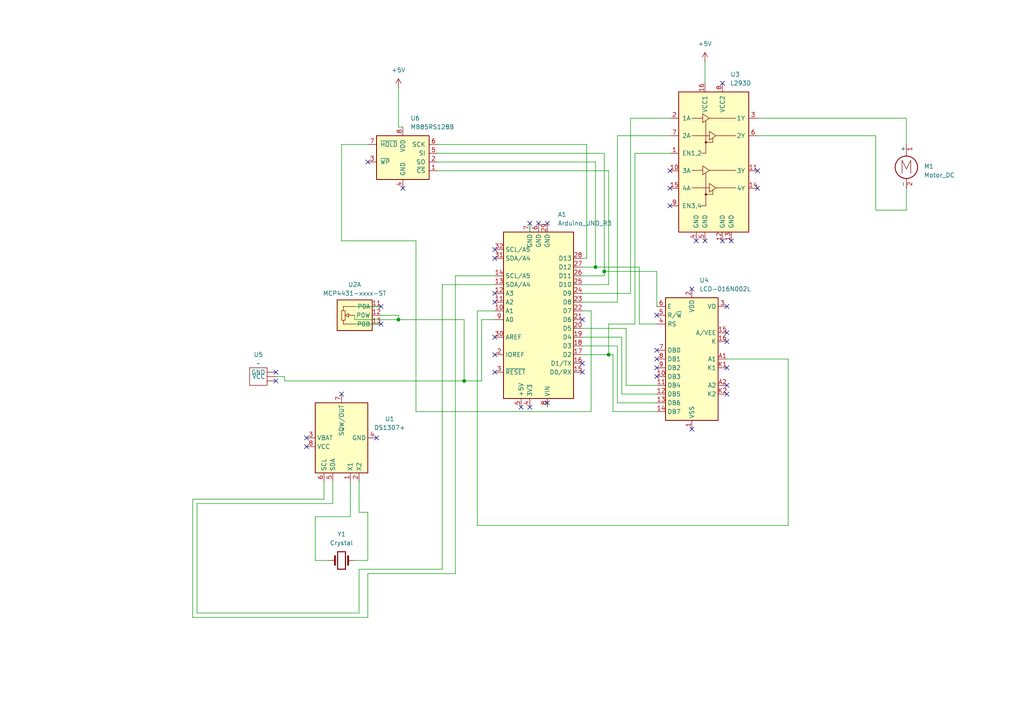
<source format=kicad_sch>
(kicad_sch
	(version 20231120)
	(generator "eeschema")
	(generator_version "8.0")
	(uuid "a9f3028b-6544-46b7-af46-3a8560fdf498")
	(paper "A4")
	(lib_symbols
		(symbol "Device:Crystal"
			(pin_numbers hide)
			(pin_names
				(offset 1.016) hide)
			(exclude_from_sim no)
			(in_bom yes)
			(on_board yes)
			(property "Reference" "Y"
				(at 0 3.81 0)
				(effects
					(font
						(size 1.27 1.27)
					)
				)
			)
			(property "Value" "Crystal"
				(at 0 -3.81 0)
				(effects
					(font
						(size 1.27 1.27)
					)
				)
			)
			(property "Footprint" ""
				(at 0 0 0)
				(effects
					(font
						(size 1.27 1.27)
					)
					(hide yes)
				)
			)
			(property "Datasheet" "~"
				(at 0 0 0)
				(effects
					(font
						(size 1.27 1.27)
					)
					(hide yes)
				)
			)
			(property "Description" "Two pin crystal"
				(at 0 0 0)
				(effects
					(font
						(size 1.27 1.27)
					)
					(hide yes)
				)
			)
			(property "ki_keywords" "quartz ceramic resonator oscillator"
				(at 0 0 0)
				(effects
					(font
						(size 1.27 1.27)
					)
					(hide yes)
				)
			)
			(property "ki_fp_filters" "Crystal*"
				(at 0 0 0)
				(effects
					(font
						(size 1.27 1.27)
					)
					(hide yes)
				)
			)
			(symbol "Crystal_0_1"
				(rectangle
					(start -1.143 2.54)
					(end 1.143 -2.54)
					(stroke
						(width 0.3048)
						(type default)
					)
					(fill
						(type none)
					)
				)
				(polyline
					(pts
						(xy -2.54 0) (xy -1.905 0)
					)
					(stroke
						(width 0)
						(type default)
					)
					(fill
						(type none)
					)
				)
				(polyline
					(pts
						(xy -1.905 -1.27) (xy -1.905 1.27)
					)
					(stroke
						(width 0.508)
						(type default)
					)
					(fill
						(type none)
					)
				)
				(polyline
					(pts
						(xy 1.905 -1.27) (xy 1.905 1.27)
					)
					(stroke
						(width 0.508)
						(type default)
					)
					(fill
						(type none)
					)
				)
				(polyline
					(pts
						(xy 2.54 0) (xy 1.905 0)
					)
					(stroke
						(width 0)
						(type default)
					)
					(fill
						(type none)
					)
				)
			)
			(symbol "Crystal_1_1"
				(pin passive line
					(at -3.81 0 0)
					(length 1.27)
					(name "1"
						(effects
							(font
								(size 1.27 1.27)
							)
						)
					)
					(number "1"
						(effects
							(font
								(size 1.27 1.27)
							)
						)
					)
				)
				(pin passive line
					(at 3.81 0 180)
					(length 1.27)
					(name "2"
						(effects
							(font
								(size 1.27 1.27)
							)
						)
					)
					(number "2"
						(effects
							(font
								(size 1.27 1.27)
							)
						)
					)
				)
			)
		)
		(symbol "Display_Character:LCD-016N002L"
			(exclude_from_sim no)
			(in_bom yes)
			(on_board yes)
			(property "Reference" "U"
				(at -6.35 18.796 0)
				(effects
					(font
						(size 1.27 1.27)
					)
				)
			)
			(property "Value" "LCD-016N002L"
				(at 8.636 18.796 0)
				(effects
					(font
						(size 1.27 1.27)
					)
				)
			)
			(property "Footprint" "Display:LCD-016N002L"
				(at 0.508 -23.368 0)
				(effects
					(font
						(size 1.27 1.27)
					)
					(hide yes)
				)
			)
			(property "Datasheet" "http://www.vishay.com/docs/37299/37299.pdf"
				(at 12.7 -7.62 0)
				(effects
					(font
						(size 1.27 1.27)
					)
					(hide yes)
				)
			)
			(property "Description" "LCD 12x2, 8 bit parallel bus, 3V or 5V VDD"
				(at 0 0 0)
				(effects
					(font
						(size 1.27 1.27)
					)
					(hide yes)
				)
			)
			(property "ki_keywords" "display LCD dot-matrix"
				(at 0 0 0)
				(effects
					(font
						(size 1.27 1.27)
					)
					(hide yes)
				)
			)
			(property "ki_fp_filters" "*LCD*016N002L*"
				(at 0 0 0)
				(effects
					(font
						(size 1.27 1.27)
					)
					(hide yes)
				)
			)
			(symbol "LCD-016N002L_1_1"
				(rectangle
					(start -7.62 17.78)
					(end 7.62 -17.78)
					(stroke
						(width 0.254)
						(type default)
					)
					(fill
						(type background)
					)
				)
				(pin power_in line
					(at 0 -20.32 90)
					(length 2.54)
					(name "VSS"
						(effects
							(font
								(size 1.27 1.27)
							)
						)
					)
					(number "1"
						(effects
							(font
								(size 1.27 1.27)
							)
						)
					)
				)
				(pin bidirectional line
					(at -10.16 -5.08 0)
					(length 2.54)
					(name "DB3"
						(effects
							(font
								(size 1.27 1.27)
							)
						)
					)
					(number "10"
						(effects
							(font
								(size 1.27 1.27)
							)
						)
					)
				)
				(pin bidirectional line
					(at -10.16 -7.62 0)
					(length 2.54)
					(name "DB4"
						(effects
							(font
								(size 1.27 1.27)
							)
						)
					)
					(number "11"
						(effects
							(font
								(size 1.27 1.27)
							)
						)
					)
				)
				(pin bidirectional line
					(at -10.16 -10.16 0)
					(length 2.54)
					(name "DB5"
						(effects
							(font
								(size 1.27 1.27)
							)
						)
					)
					(number "12"
						(effects
							(font
								(size 1.27 1.27)
							)
						)
					)
				)
				(pin bidirectional line
					(at -10.16 -12.7 0)
					(length 2.54)
					(name "DB6"
						(effects
							(font
								(size 1.27 1.27)
							)
						)
					)
					(number "13"
						(effects
							(font
								(size 1.27 1.27)
							)
						)
					)
				)
				(pin bidirectional line
					(at -10.16 -15.24 0)
					(length 2.54)
					(name "DB7"
						(effects
							(font
								(size 1.27 1.27)
							)
						)
					)
					(number "14"
						(effects
							(font
								(size 1.27 1.27)
							)
						)
					)
				)
				(pin power_in line
					(at 10.16 7.62 180)
					(length 2.54)
					(name "A/VEE"
						(effects
							(font
								(size 1.27 1.27)
							)
						)
					)
					(number "15"
						(effects
							(font
								(size 1.27 1.27)
							)
						)
					)
				)
				(pin power_in line
					(at 10.16 5.08 180)
					(length 2.54)
					(name "K"
						(effects
							(font
								(size 1.27 1.27)
							)
						)
					)
					(number "16"
						(effects
							(font
								(size 1.27 1.27)
							)
						)
					)
				)
				(pin power_in line
					(at 0 20.32 270)
					(length 2.54)
					(name "VDD"
						(effects
							(font
								(size 1.27 1.27)
							)
						)
					)
					(number "2"
						(effects
							(font
								(size 1.27 1.27)
							)
						)
					)
				)
				(pin input line
					(at 10.16 15.24 180)
					(length 2.54)
					(name "VO"
						(effects
							(font
								(size 1.27 1.27)
							)
						)
					)
					(number "3"
						(effects
							(font
								(size 1.27 1.27)
							)
						)
					)
				)
				(pin input line
					(at -10.16 10.16 0)
					(length 2.54)
					(name "RS"
						(effects
							(font
								(size 1.27 1.27)
							)
						)
					)
					(number "4"
						(effects
							(font
								(size 1.27 1.27)
							)
						)
					)
				)
				(pin input line
					(at -10.16 12.7 0)
					(length 2.54)
					(name "R/~{W}"
						(effects
							(font
								(size 1.27 1.27)
							)
						)
					)
					(number "5"
						(effects
							(font
								(size 1.27 1.27)
							)
						)
					)
				)
				(pin input line
					(at -10.16 15.24 0)
					(length 2.54)
					(name "E"
						(effects
							(font
								(size 1.27 1.27)
							)
						)
					)
					(number "6"
						(effects
							(font
								(size 1.27 1.27)
							)
						)
					)
				)
				(pin bidirectional line
					(at -10.16 2.54 0)
					(length 2.54)
					(name "DB0"
						(effects
							(font
								(size 1.27 1.27)
							)
						)
					)
					(number "7"
						(effects
							(font
								(size 1.27 1.27)
							)
						)
					)
				)
				(pin bidirectional line
					(at -10.16 0 0)
					(length 2.54)
					(name "DB1"
						(effects
							(font
								(size 1.27 1.27)
							)
						)
					)
					(number "8"
						(effects
							(font
								(size 1.27 1.27)
							)
						)
					)
				)
				(pin bidirectional line
					(at -10.16 -2.54 0)
					(length 2.54)
					(name "DB2"
						(effects
							(font
								(size 1.27 1.27)
							)
						)
					)
					(number "9"
						(effects
							(font
								(size 1.27 1.27)
							)
						)
					)
				)
				(pin power_in line
					(at 10.16 0 180)
					(length 2.54)
					(name "A1"
						(effects
							(font
								(size 1.27 1.27)
							)
						)
					)
					(number "A1"
						(effects
							(font
								(size 1.27 1.27)
							)
						)
					)
				)
				(pin power_in line
					(at 10.16 -7.62 180)
					(length 2.54)
					(name "A2"
						(effects
							(font
								(size 1.27 1.27)
							)
						)
					)
					(number "A2"
						(effects
							(font
								(size 1.27 1.27)
							)
						)
					)
				)
				(pin power_in line
					(at 10.16 -2.54 180)
					(length 2.54)
					(name "K1"
						(effects
							(font
								(size 1.27 1.27)
							)
						)
					)
					(number "K1"
						(effects
							(font
								(size 1.27 1.27)
							)
						)
					)
				)
				(pin power_in line
					(at 10.16 -10.16 180)
					(length 2.54)
					(name "K2"
						(effects
							(font
								(size 1.27 1.27)
							)
						)
					)
					(number "K2"
						(effects
							(font
								(size 1.27 1.27)
							)
						)
					)
				)
			)
		)
		(symbol "Driver_Motor:L293D"
			(pin_names
				(offset 1.016)
			)
			(exclude_from_sim no)
			(in_bom yes)
			(on_board yes)
			(property "Reference" "U"
				(at -5.08 26.035 0)
				(effects
					(font
						(size 1.27 1.27)
					)
					(justify right)
				)
			)
			(property "Value" "L293D"
				(at -5.08 24.13 0)
				(effects
					(font
						(size 1.27 1.27)
					)
					(justify right)
				)
			)
			(property "Footprint" "Package_DIP:DIP-16_W7.62mm"
				(at 6.35 -19.05 0)
				(effects
					(font
						(size 1.27 1.27)
					)
					(justify left)
					(hide yes)
				)
			)
			(property "Datasheet" "http://www.ti.com/lit/ds/symlink/l293.pdf"
				(at -7.62 17.78 0)
				(effects
					(font
						(size 1.27 1.27)
					)
					(hide yes)
				)
			)
			(property "Description" "Quadruple Half-H Drivers"
				(at 0 0 0)
				(effects
					(font
						(size 1.27 1.27)
					)
					(hide yes)
				)
			)
			(property "ki_keywords" "Half-H Driver Motor"
				(at 0 0 0)
				(effects
					(font
						(size 1.27 1.27)
					)
					(hide yes)
				)
			)
			(property "ki_fp_filters" "DIP*W7.62mm*"
				(at 0 0 0)
				(effects
					(font
						(size 1.27 1.27)
					)
					(hide yes)
				)
			)
			(symbol "L293D_0_1"
				(rectangle
					(start -10.16 22.86)
					(end 10.16 -17.78)
					(stroke
						(width 0.254)
						(type default)
					)
					(fill
						(type background)
					)
				)
				(circle
					(center -2.286 -6.858)
					(radius 0.254)
					(stroke
						(width 0)
						(type default)
					)
					(fill
						(type outline)
					)
				)
				(circle
					(center -2.286 8.255)
					(radius 0.254)
					(stroke
						(width 0)
						(type default)
					)
					(fill
						(type outline)
					)
				)
				(polyline
					(pts
						(xy -6.35 -4.953) (xy -1.27 -4.953)
					)
					(stroke
						(width 0)
						(type default)
					)
					(fill
						(type none)
					)
				)
				(polyline
					(pts
						(xy -6.35 0.127) (xy -3.175 0.127)
					)
					(stroke
						(width 0)
						(type default)
					)
					(fill
						(type none)
					)
				)
				(polyline
					(pts
						(xy -6.35 10.16) (xy -1.27 10.16)
					)
					(stroke
						(width 0)
						(type default)
					)
					(fill
						(type none)
					)
				)
				(polyline
					(pts
						(xy -6.35 15.24) (xy -3.175 15.24)
					)
					(stroke
						(width 0)
						(type default)
					)
					(fill
						(type none)
					)
				)
				(polyline
					(pts
						(xy -1.27 0.127) (xy 6.35 0.127)
					)
					(stroke
						(width 0)
						(type default)
					)
					(fill
						(type none)
					)
				)
				(polyline
					(pts
						(xy -1.27 15.24) (xy 6.35 15.24)
					)
					(stroke
						(width 0)
						(type default)
					)
					(fill
						(type none)
					)
				)
				(polyline
					(pts
						(xy 0.635 -4.953) (xy 6.35 -4.953)
					)
					(stroke
						(width 0)
						(type default)
					)
					(fill
						(type none)
					)
				)
				(polyline
					(pts
						(xy 0.635 10.16) (xy 6.35 10.16)
					)
					(stroke
						(width 0)
						(type default)
					)
					(fill
						(type none)
					)
				)
				(polyline
					(pts
						(xy -2.286 -6.858) (xy -0.254 -6.858) (xy -0.254 -5.588)
					)
					(stroke
						(width 0)
						(type default)
					)
					(fill
						(type none)
					)
				)
				(polyline
					(pts
						(xy -2.286 -0.635) (xy -2.286 -10.16) (xy -3.556 -10.16)
					)
					(stroke
						(width 0)
						(type default)
					)
					(fill
						(type none)
					)
				)
				(polyline
					(pts
						(xy -2.286 8.255) (xy -0.254 8.255) (xy -0.254 9.525)
					)
					(stroke
						(width 0)
						(type default)
					)
					(fill
						(type none)
					)
				)
				(polyline
					(pts
						(xy -2.286 14.478) (xy -2.286 5.08) (xy -3.556 5.08)
					)
					(stroke
						(width 0)
						(type default)
					)
					(fill
						(type none)
					)
				)
				(polyline
					(pts
						(xy -3.175 1.397) (xy -3.175 -1.143) (xy -1.27 0.127) (xy -3.175 1.397)
					)
					(stroke
						(width 0)
						(type default)
					)
					(fill
						(type none)
					)
				)
				(polyline
					(pts
						(xy -3.175 16.51) (xy -3.175 13.97) (xy -1.27 15.24) (xy -3.175 16.51)
					)
					(stroke
						(width 0)
						(type default)
					)
					(fill
						(type none)
					)
				)
				(polyline
					(pts
						(xy -1.27 -3.683) (xy -1.27 -6.223) (xy 0.635 -4.953) (xy -1.27 -3.683)
					)
					(stroke
						(width 0)
						(type default)
					)
					(fill
						(type none)
					)
				)
				(polyline
					(pts
						(xy -1.27 11.43) (xy -1.27 8.89) (xy 0.635 10.16) (xy -1.27 11.43)
					)
					(stroke
						(width 0)
						(type default)
					)
					(fill
						(type none)
					)
				)
			)
			(symbol "L293D_1_1"
				(pin input line
					(at -12.7 5.08 0)
					(length 2.54)
					(name "EN1,2"
						(effects
							(font
								(size 1.27 1.27)
							)
						)
					)
					(number "1"
						(effects
							(font
								(size 1.27 1.27)
							)
						)
					)
				)
				(pin input line
					(at -12.7 0 0)
					(length 2.54)
					(name "3A"
						(effects
							(font
								(size 1.27 1.27)
							)
						)
					)
					(number "10"
						(effects
							(font
								(size 1.27 1.27)
							)
						)
					)
				)
				(pin output line
					(at 12.7 0 180)
					(length 2.54)
					(name "3Y"
						(effects
							(font
								(size 1.27 1.27)
							)
						)
					)
					(number "11"
						(effects
							(font
								(size 1.27 1.27)
							)
						)
					)
				)
				(pin power_in line
					(at 2.54 -20.32 90)
					(length 2.54)
					(name "GND"
						(effects
							(font
								(size 1.27 1.27)
							)
						)
					)
					(number "12"
						(effects
							(font
								(size 1.27 1.27)
							)
						)
					)
				)
				(pin power_in line
					(at 5.08 -20.32 90)
					(length 2.54)
					(name "GND"
						(effects
							(font
								(size 1.27 1.27)
							)
						)
					)
					(number "13"
						(effects
							(font
								(size 1.27 1.27)
							)
						)
					)
				)
				(pin output line
					(at 12.7 -5.08 180)
					(length 2.54)
					(name "4Y"
						(effects
							(font
								(size 1.27 1.27)
							)
						)
					)
					(number "14"
						(effects
							(font
								(size 1.27 1.27)
							)
						)
					)
				)
				(pin input line
					(at -12.7 -5.08 0)
					(length 2.54)
					(name "4A"
						(effects
							(font
								(size 1.27 1.27)
							)
						)
					)
					(number "15"
						(effects
							(font
								(size 1.27 1.27)
							)
						)
					)
				)
				(pin power_in line
					(at -2.54 25.4 270)
					(length 2.54)
					(name "VCC1"
						(effects
							(font
								(size 1.27 1.27)
							)
						)
					)
					(number "16"
						(effects
							(font
								(size 1.27 1.27)
							)
						)
					)
				)
				(pin input line
					(at -12.7 15.24 0)
					(length 2.54)
					(name "1A"
						(effects
							(font
								(size 1.27 1.27)
							)
						)
					)
					(number "2"
						(effects
							(font
								(size 1.27 1.27)
							)
						)
					)
				)
				(pin output line
					(at 12.7 15.24 180)
					(length 2.54)
					(name "1Y"
						(effects
							(font
								(size 1.27 1.27)
							)
						)
					)
					(number "3"
						(effects
							(font
								(size 1.27 1.27)
							)
						)
					)
				)
				(pin power_in line
					(at -5.08 -20.32 90)
					(length 2.54)
					(name "GND"
						(effects
							(font
								(size 1.27 1.27)
							)
						)
					)
					(number "4"
						(effects
							(font
								(size 1.27 1.27)
							)
						)
					)
				)
				(pin power_in line
					(at -2.54 -20.32 90)
					(length 2.54)
					(name "GND"
						(effects
							(font
								(size 1.27 1.27)
							)
						)
					)
					(number "5"
						(effects
							(font
								(size 1.27 1.27)
							)
						)
					)
				)
				(pin output line
					(at 12.7 10.16 180)
					(length 2.54)
					(name "2Y"
						(effects
							(font
								(size 1.27 1.27)
							)
						)
					)
					(number "6"
						(effects
							(font
								(size 1.27 1.27)
							)
						)
					)
				)
				(pin input line
					(at -12.7 10.16 0)
					(length 2.54)
					(name "2A"
						(effects
							(font
								(size 1.27 1.27)
							)
						)
					)
					(number "7"
						(effects
							(font
								(size 1.27 1.27)
							)
						)
					)
				)
				(pin power_in line
					(at 2.54 25.4 270)
					(length 2.54)
					(name "VCC2"
						(effects
							(font
								(size 1.27 1.27)
							)
						)
					)
					(number "8"
						(effects
							(font
								(size 1.27 1.27)
							)
						)
					)
				)
				(pin input line
					(at -12.7 -10.16 0)
					(length 2.54)
					(name "EN3,4"
						(effects
							(font
								(size 1.27 1.27)
							)
						)
					)
					(number "9"
						(effects
							(font
								(size 1.27 1.27)
							)
						)
					)
				)
			)
		)
		(symbol "MCU_Module:Arduino_UNO_R3"
			(exclude_from_sim no)
			(in_bom yes)
			(on_board yes)
			(property "Reference" "A"
				(at -10.16 23.495 0)
				(effects
					(font
						(size 1.27 1.27)
					)
					(justify left bottom)
				)
			)
			(property "Value" "Arduino_UNO_R3"
				(at 5.08 -26.67 0)
				(effects
					(font
						(size 1.27 1.27)
					)
					(justify left top)
				)
			)
			(property "Footprint" "Module:Arduino_UNO_R3"
				(at 0 0 0)
				(effects
					(font
						(size 1.27 1.27)
						(italic yes)
					)
					(hide yes)
				)
			)
			(property "Datasheet" "https://www.arduino.cc/en/Main/arduinoBoardUno"
				(at 0 0 0)
				(effects
					(font
						(size 1.27 1.27)
					)
					(hide yes)
				)
			)
			(property "Description" "Arduino UNO Microcontroller Module, release 3"
				(at 0 0 0)
				(effects
					(font
						(size 1.27 1.27)
					)
					(hide yes)
				)
			)
			(property "ki_keywords" "Arduino UNO R3 Microcontroller Module Atmel AVR USB"
				(at 0 0 0)
				(effects
					(font
						(size 1.27 1.27)
					)
					(hide yes)
				)
			)
			(property "ki_fp_filters" "Arduino*UNO*R3*"
				(at 0 0 0)
				(effects
					(font
						(size 1.27 1.27)
					)
					(hide yes)
				)
			)
			(symbol "Arduino_UNO_R3_0_1"
				(rectangle
					(start -10.16 22.86)
					(end 10.16 -25.4)
					(stroke
						(width 0.254)
						(type default)
					)
					(fill
						(type background)
					)
				)
			)
			(symbol "Arduino_UNO_R3_1_1"
				(pin no_connect line
					(at -10.16 -20.32 0)
					(length 2.54) hide
					(name "NC"
						(effects
							(font
								(size 1.27 1.27)
							)
						)
					)
					(number "1"
						(effects
							(font
								(size 1.27 1.27)
							)
						)
					)
				)
				(pin bidirectional line
					(at 12.7 -2.54 180)
					(length 2.54)
					(name "A1"
						(effects
							(font
								(size 1.27 1.27)
							)
						)
					)
					(number "10"
						(effects
							(font
								(size 1.27 1.27)
							)
						)
					)
				)
				(pin bidirectional line
					(at 12.7 -5.08 180)
					(length 2.54)
					(name "A2"
						(effects
							(font
								(size 1.27 1.27)
							)
						)
					)
					(number "11"
						(effects
							(font
								(size 1.27 1.27)
							)
						)
					)
				)
				(pin bidirectional line
					(at 12.7 -7.62 180)
					(length 2.54)
					(name "A3"
						(effects
							(font
								(size 1.27 1.27)
							)
						)
					)
					(number "12"
						(effects
							(font
								(size 1.27 1.27)
							)
						)
					)
				)
				(pin bidirectional line
					(at 12.7 -10.16 180)
					(length 2.54)
					(name "SDA/A4"
						(effects
							(font
								(size 1.27 1.27)
							)
						)
					)
					(number "13"
						(effects
							(font
								(size 1.27 1.27)
							)
						)
					)
				)
				(pin bidirectional line
					(at 12.7 -12.7 180)
					(length 2.54)
					(name "SCL/A5"
						(effects
							(font
								(size 1.27 1.27)
							)
						)
					)
					(number "14"
						(effects
							(font
								(size 1.27 1.27)
							)
						)
					)
				)
				(pin bidirectional line
					(at -12.7 15.24 0)
					(length 2.54)
					(name "D0/RX"
						(effects
							(font
								(size 1.27 1.27)
							)
						)
					)
					(number "15"
						(effects
							(font
								(size 1.27 1.27)
							)
						)
					)
				)
				(pin bidirectional line
					(at -12.7 12.7 0)
					(length 2.54)
					(name "D1/TX"
						(effects
							(font
								(size 1.27 1.27)
							)
						)
					)
					(number "16"
						(effects
							(font
								(size 1.27 1.27)
							)
						)
					)
				)
				(pin bidirectional line
					(at -12.7 10.16 0)
					(length 2.54)
					(name "D2"
						(effects
							(font
								(size 1.27 1.27)
							)
						)
					)
					(number "17"
						(effects
							(font
								(size 1.27 1.27)
							)
						)
					)
				)
				(pin bidirectional line
					(at -12.7 7.62 0)
					(length 2.54)
					(name "D3"
						(effects
							(font
								(size 1.27 1.27)
							)
						)
					)
					(number "18"
						(effects
							(font
								(size 1.27 1.27)
							)
						)
					)
				)
				(pin bidirectional line
					(at -12.7 5.08 0)
					(length 2.54)
					(name "D4"
						(effects
							(font
								(size 1.27 1.27)
							)
						)
					)
					(number "19"
						(effects
							(font
								(size 1.27 1.27)
							)
						)
					)
				)
				(pin output line
					(at 12.7 10.16 180)
					(length 2.54)
					(name "IOREF"
						(effects
							(font
								(size 1.27 1.27)
							)
						)
					)
					(number "2"
						(effects
							(font
								(size 1.27 1.27)
							)
						)
					)
				)
				(pin bidirectional line
					(at -12.7 2.54 0)
					(length 2.54)
					(name "D5"
						(effects
							(font
								(size 1.27 1.27)
							)
						)
					)
					(number "20"
						(effects
							(font
								(size 1.27 1.27)
							)
						)
					)
				)
				(pin bidirectional line
					(at -12.7 0 0)
					(length 2.54)
					(name "D6"
						(effects
							(font
								(size 1.27 1.27)
							)
						)
					)
					(number "21"
						(effects
							(font
								(size 1.27 1.27)
							)
						)
					)
				)
				(pin bidirectional line
					(at -12.7 -2.54 0)
					(length 2.54)
					(name "D7"
						(effects
							(font
								(size 1.27 1.27)
							)
						)
					)
					(number "22"
						(effects
							(font
								(size 1.27 1.27)
							)
						)
					)
				)
				(pin bidirectional line
					(at -12.7 -5.08 0)
					(length 2.54)
					(name "D8"
						(effects
							(font
								(size 1.27 1.27)
							)
						)
					)
					(number "23"
						(effects
							(font
								(size 1.27 1.27)
							)
						)
					)
				)
				(pin bidirectional line
					(at -12.7 -7.62 0)
					(length 2.54)
					(name "D9"
						(effects
							(font
								(size 1.27 1.27)
							)
						)
					)
					(number "24"
						(effects
							(font
								(size 1.27 1.27)
							)
						)
					)
				)
				(pin bidirectional line
					(at -12.7 -10.16 0)
					(length 2.54)
					(name "D10"
						(effects
							(font
								(size 1.27 1.27)
							)
						)
					)
					(number "25"
						(effects
							(font
								(size 1.27 1.27)
							)
						)
					)
				)
				(pin bidirectional line
					(at -12.7 -12.7 0)
					(length 2.54)
					(name "D11"
						(effects
							(font
								(size 1.27 1.27)
							)
						)
					)
					(number "26"
						(effects
							(font
								(size 1.27 1.27)
							)
						)
					)
				)
				(pin bidirectional line
					(at -12.7 -15.24 0)
					(length 2.54)
					(name "D12"
						(effects
							(font
								(size 1.27 1.27)
							)
						)
					)
					(number "27"
						(effects
							(font
								(size 1.27 1.27)
							)
						)
					)
				)
				(pin bidirectional line
					(at -12.7 -17.78 0)
					(length 2.54)
					(name "D13"
						(effects
							(font
								(size 1.27 1.27)
							)
						)
					)
					(number "28"
						(effects
							(font
								(size 1.27 1.27)
							)
						)
					)
				)
				(pin power_in line
					(at -2.54 -27.94 90)
					(length 2.54)
					(name "GND"
						(effects
							(font
								(size 1.27 1.27)
							)
						)
					)
					(number "29"
						(effects
							(font
								(size 1.27 1.27)
							)
						)
					)
				)
				(pin input line
					(at 12.7 15.24 180)
					(length 2.54)
					(name "~{RESET}"
						(effects
							(font
								(size 1.27 1.27)
							)
						)
					)
					(number "3"
						(effects
							(font
								(size 1.27 1.27)
							)
						)
					)
				)
				(pin input line
					(at 12.7 5.08 180)
					(length 2.54)
					(name "AREF"
						(effects
							(font
								(size 1.27 1.27)
							)
						)
					)
					(number "30"
						(effects
							(font
								(size 1.27 1.27)
							)
						)
					)
				)
				(pin bidirectional line
					(at 12.7 -17.78 180)
					(length 2.54)
					(name "SDA/A4"
						(effects
							(font
								(size 1.27 1.27)
							)
						)
					)
					(number "31"
						(effects
							(font
								(size 1.27 1.27)
							)
						)
					)
				)
				(pin bidirectional line
					(at 12.7 -20.32 180)
					(length 2.54)
					(name "SCL/A5"
						(effects
							(font
								(size 1.27 1.27)
							)
						)
					)
					(number "32"
						(effects
							(font
								(size 1.27 1.27)
							)
						)
					)
				)
				(pin power_out line
					(at 2.54 25.4 270)
					(length 2.54)
					(name "3V3"
						(effects
							(font
								(size 1.27 1.27)
							)
						)
					)
					(number "4"
						(effects
							(font
								(size 1.27 1.27)
							)
						)
					)
				)
				(pin power_out line
					(at 5.08 25.4 270)
					(length 2.54)
					(name "+5V"
						(effects
							(font
								(size 1.27 1.27)
							)
						)
					)
					(number "5"
						(effects
							(font
								(size 1.27 1.27)
							)
						)
					)
				)
				(pin power_in line
					(at 0 -27.94 90)
					(length 2.54)
					(name "GND"
						(effects
							(font
								(size 1.27 1.27)
							)
						)
					)
					(number "6"
						(effects
							(font
								(size 1.27 1.27)
							)
						)
					)
				)
				(pin power_in line
					(at 2.54 -27.94 90)
					(length 2.54)
					(name "GND"
						(effects
							(font
								(size 1.27 1.27)
							)
						)
					)
					(number "7"
						(effects
							(font
								(size 1.27 1.27)
							)
						)
					)
				)
				(pin power_in line
					(at -2.54 25.4 270)
					(length 2.54)
					(name "VIN"
						(effects
							(font
								(size 1.27 1.27)
							)
						)
					)
					(number "8"
						(effects
							(font
								(size 1.27 1.27)
							)
						)
					)
				)
				(pin bidirectional line
					(at 12.7 0 180)
					(length 2.54)
					(name "A0"
						(effects
							(font
								(size 1.27 1.27)
							)
						)
					)
					(number "9"
						(effects
							(font
								(size 1.27 1.27)
							)
						)
					)
				)
			)
		)
		(symbol "Memory_NVRAM:MB85RS128B"
			(pin_names
				(offset 1.016)
			)
			(exclude_from_sim no)
			(in_bom yes)
			(on_board yes)
			(property "Reference" "U"
				(at -7.62 6.35 0)
				(effects
					(font
						(size 1.27 1.27)
					)
					(justify left)
				)
			)
			(property "Value" "MB85RS128B"
				(at 1.27 6.35 0)
				(effects
					(font
						(size 1.27 1.27)
					)
					(justify left)
				)
			)
			(property "Footprint" ""
				(at -8.89 -1.27 0)
				(effects
					(font
						(size 1.27 1.27)
					)
					(hide yes)
				)
			)
			(property "Datasheet" "http://www.fujitsu.com/downloads/MICRO/fsa/pdf/products/memory/fram/MB85RS16-DS501-00014-6v0-E.pdf"
				(at -8.89 -1.27 0)
				(effects
					(font
						(size 1.27 1.27)
					)
					(hide yes)
				)
			)
			(property "Description" "FRAM memory with SPI interface, SOIC-8 SON-8"
				(at 0 0 0)
				(effects
					(font
						(size 1.27 1.27)
					)
					(hide yes)
				)
			)
			(property "ki_keywords" "FRAM SPI 3.3V"
				(at 0 0 0)
				(effects
					(font
						(size 1.27 1.27)
					)
					(hide yes)
				)
			)
			(property "ki_fp_filters" "SOIC*3.9x5.05mm*P1.27mm* *SON*2x3mm*P0.50mm*"
				(at 0 0 0)
				(effects
					(font
						(size 1.27 1.27)
					)
					(hide yes)
				)
			)
			(symbol "MB85RS128B_0_1"
				(rectangle
					(start -7.62 5.08)
					(end 7.62 -7.62)
					(stroke
						(width 0.254)
						(type default)
					)
					(fill
						(type background)
					)
				)
			)
			(symbol "MB85RS128B_1_1"
				(pin input line
					(at 10.16 -5.08 180)
					(length 2.54)
					(name "~{CS}"
						(effects
							(font
								(size 1.27 1.27)
							)
						)
					)
					(number "1"
						(effects
							(font
								(size 1.27 1.27)
							)
						)
					)
				)
				(pin output line
					(at 10.16 -2.54 180)
					(length 2.54)
					(name "SO"
						(effects
							(font
								(size 1.27 1.27)
							)
						)
					)
					(number "2"
						(effects
							(font
								(size 1.27 1.27)
							)
						)
					)
				)
				(pin input line
					(at -10.16 -2.54 0)
					(length 2.54)
					(name "~{WP}"
						(effects
							(font
								(size 1.27 1.27)
							)
						)
					)
					(number "3"
						(effects
							(font
								(size 1.27 1.27)
							)
						)
					)
				)
				(pin power_in line
					(at 0 -10.16 90)
					(length 2.54)
					(name "GND"
						(effects
							(font
								(size 1.27 1.27)
							)
						)
					)
					(number "4"
						(effects
							(font
								(size 1.27 1.27)
							)
						)
					)
				)
				(pin input line
					(at 10.16 0 180)
					(length 2.54)
					(name "SI"
						(effects
							(font
								(size 1.27 1.27)
							)
						)
					)
					(number "5"
						(effects
							(font
								(size 1.27 1.27)
							)
						)
					)
				)
				(pin input line
					(at 10.16 2.54 180)
					(length 2.54)
					(name "SCK"
						(effects
							(font
								(size 1.27 1.27)
							)
						)
					)
					(number "6"
						(effects
							(font
								(size 1.27 1.27)
							)
						)
					)
				)
				(pin input line
					(at -10.16 2.54 0)
					(length 2.54)
					(name "~{HOLD}"
						(effects
							(font
								(size 1.27 1.27)
							)
						)
					)
					(number "7"
						(effects
							(font
								(size 1.27 1.27)
							)
						)
					)
				)
				(pin power_in line
					(at 0 7.62 270)
					(length 2.54)
					(name "VDD"
						(effects
							(font
								(size 1.27 1.27)
							)
						)
					)
					(number "8"
						(effects
							(font
								(size 1.27 1.27)
							)
						)
					)
				)
			)
		)
		(symbol "Motor:Motor_DC"
			(pin_names
				(offset 0)
			)
			(exclude_from_sim no)
			(in_bom yes)
			(on_board yes)
			(property "Reference" "M"
				(at 2.54 2.54 0)
				(effects
					(font
						(size 1.27 1.27)
					)
					(justify left)
				)
			)
			(property "Value" "Motor_DC"
				(at 2.54 -5.08 0)
				(effects
					(font
						(size 1.27 1.27)
					)
					(justify left top)
				)
			)
			(property "Footprint" ""
				(at 0 -2.286 0)
				(effects
					(font
						(size 1.27 1.27)
					)
					(hide yes)
				)
			)
			(property "Datasheet" "~"
				(at 0 -2.286 0)
				(effects
					(font
						(size 1.27 1.27)
					)
					(hide yes)
				)
			)
			(property "Description" "DC Motor"
				(at 0 0 0)
				(effects
					(font
						(size 1.27 1.27)
					)
					(hide yes)
				)
			)
			(property "ki_keywords" "DC Motor"
				(at 0 0 0)
				(effects
					(font
						(size 1.27 1.27)
					)
					(hide yes)
				)
			)
			(property "ki_fp_filters" "PinHeader*P2.54mm* TerminalBlock*"
				(at 0 0 0)
				(effects
					(font
						(size 1.27 1.27)
					)
					(hide yes)
				)
			)
			(symbol "Motor_DC_0_0"
				(polyline
					(pts
						(xy -1.27 -3.302) (xy -1.27 0.508) (xy 0 -2.032) (xy 1.27 0.508) (xy 1.27 -3.302)
					)
					(stroke
						(width 0)
						(type default)
					)
					(fill
						(type none)
					)
				)
			)
			(symbol "Motor_DC_0_1"
				(circle
					(center 0 -1.524)
					(radius 3.2512)
					(stroke
						(width 0.254)
						(type default)
					)
					(fill
						(type none)
					)
				)
				(polyline
					(pts
						(xy 0 -7.62) (xy 0 -7.112)
					)
					(stroke
						(width 0)
						(type default)
					)
					(fill
						(type none)
					)
				)
				(polyline
					(pts
						(xy 0 -4.7752) (xy 0 -5.1816)
					)
					(stroke
						(width 0)
						(type default)
					)
					(fill
						(type none)
					)
				)
				(polyline
					(pts
						(xy 0 1.7272) (xy 0 2.0828)
					)
					(stroke
						(width 0)
						(type default)
					)
					(fill
						(type none)
					)
				)
				(polyline
					(pts
						(xy 0 2.032) (xy 0 2.54)
					)
					(stroke
						(width 0)
						(type default)
					)
					(fill
						(type none)
					)
				)
			)
			(symbol "Motor_DC_1_1"
				(pin passive line
					(at 0 5.08 270)
					(length 2.54)
					(name "+"
						(effects
							(font
								(size 1.27 1.27)
							)
						)
					)
					(number "1"
						(effects
							(font
								(size 1.27 1.27)
							)
						)
					)
				)
				(pin passive line
					(at 0 -7.62 90)
					(length 2.54)
					(name "-"
						(effects
							(font
								(size 1.27 1.27)
							)
						)
					)
					(number "2"
						(effects
							(font
								(size 1.27 1.27)
							)
						)
					)
				)
			)
		)
		(symbol "Potentiometer_Digital:MCP4431-xxxx-ST"
			(exclude_from_sim no)
			(in_bom yes)
			(on_board yes)
			(property "Reference" "U"
				(at -8.89 11.43 0)
				(effects
					(font
						(size 1.27 1.27)
					)
				)
			)
			(property "Value" "MCP4431-xxxx-ST"
				(at 10.16 -11.43 0)
				(effects
					(font
						(size 1.27 1.27)
					)
				)
			)
			(property "Footprint" "Package_SO:TSSOP-20_4.4x6.5mm_P0.65mm"
				(at 0 -12.7 0)
				(effects
					(font
						(size 1.27 1.27)
					)
					(hide yes)
				)
			)
			(property "Datasheet" "https://ww1.microchip.com/downloads/en/DeviceDoc/22267A_MCP4431.pdf"
				(at 0 -15.24 0)
				(effects
					(font
						(size 1.27 1.27)
					)
					(hide yes)
				)
			)
			(property "Description" "Quad 7 Bit Digital Potentiometer, I²C, Volatile Memory, TSSOP-20"
				(at 0 0 0)
				(effects
					(font
						(size 1.27 1.27)
					)
					(hide yes)
				)
			)
			(property "ki_locked" ""
				(at 0 0 0)
				(effects
					(font
						(size 1.27 1.27)
					)
				)
			)
			(property "ki_keywords" "Digital Pot Potentiometer DigiPot"
				(at 0 0 0)
				(effects
					(font
						(size 1.27 1.27)
					)
					(hide yes)
				)
			)
			(property "ki_fp_filters" "TSSOP*4.4x6.5mm*P0.65mm*"
				(at 0 0 0)
				(effects
					(font
						(size 1.27 1.27)
					)
					(hide yes)
				)
			)
			(symbol "MCP4431-xxxx-ST_1_1"
				(polyline
					(pts
						(xy 1.7272 0) (xy 0 0)
					)
					(stroke
						(width 0)
						(type default)
					)
					(fill
						(type none)
					)
				)
				(polyline
					(pts
						(xy 3.302 -2.54) (xy 0 -2.54)
					)
					(stroke
						(width 0)
						(type default)
					)
					(fill
						(type background)
					)
				)
				(polyline
					(pts
						(xy 3.302 -2.3114) (xy 3.302 -1.3716)
					)
					(stroke
						(width 0)
						(type default)
					)
					(fill
						(type none)
					)
				)
				(polyline
					(pts
						(xy 3.302 2.286) (xy 3.302 1.4478)
					)
					(stroke
						(width 0)
						(type default)
					)
					(fill
						(type none)
					)
				)
				(polyline
					(pts
						(xy 3.302 2.54) (xy 0 2.54)
					)
					(stroke
						(width 0)
						(type default)
					)
					(fill
						(type background)
					)
				)
				(polyline
					(pts
						(xy 3.302 -2.54) (xy 3.302 -2.286) (xy 3.302 -2.286)
					)
					(stroke
						(width 0)
						(type default)
					)
					(fill
						(type none)
					)
				)
				(polyline
					(pts
						(xy 3.302 2.54) (xy 3.302 2.286) (xy 3.302 2.286)
					)
					(stroke
						(width 0)
						(type default)
					)
					(fill
						(type background)
					)
				)
				(polyline
					(pts
						(xy 1.7272 -0.508) (xy 1.7272 0.508) (xy 2.7432 0) (xy 1.7272 -0.508) (xy 1.7272 -0.508)
					)
					(stroke
						(width 0)
						(type default)
					)
					(fill
						(type none)
					)
				)
				(rectangle
					(start 3.7846 -1.3462)
					(end 2.7686 1.4478)
					(stroke
						(width 0)
						(type default)
					)
					(fill
						(type none)
					)
				)
				(rectangle
					(start 5.08 -4.445)
					(end -5.08 4.445)
					(stroke
						(width 0.254)
						(type default)
					)
					(fill
						(type background)
					)
				)
				(pin passive line
					(at -7.62 -2.54 0)
					(length 2.54)
					(name "P0A"
						(effects
							(font
								(size 1.27 1.27)
							)
						)
					)
					(number "11"
						(effects
							(font
								(size 1.27 1.27)
							)
						)
					)
				)
				(pin passive line
					(at -7.62 0 0)
					(length 2.54)
					(name "P0W"
						(effects
							(font
								(size 1.27 1.27)
							)
						)
					)
					(number "12"
						(effects
							(font
								(size 1.27 1.27)
							)
						)
					)
				)
				(pin passive line
					(at -7.62 2.54 0)
					(length 2.54)
					(name "P0B"
						(effects
							(font
								(size 1.27 1.27)
							)
						)
					)
					(number "13"
						(effects
							(font
								(size 1.27 1.27)
							)
						)
					)
				)
			)
			(symbol "MCP4431-xxxx-ST_2_1"
				(polyline
					(pts
						(xy 1.7272 0) (xy 0 0)
					)
					(stroke
						(width 0)
						(type default)
					)
					(fill
						(type none)
					)
				)
				(polyline
					(pts
						(xy 3.302 -2.54) (xy 0 -2.54)
					)
					(stroke
						(width 0)
						(type default)
					)
					(fill
						(type background)
					)
				)
				(polyline
					(pts
						(xy 3.302 -2.3114) (xy 3.302 -1.3716)
					)
					(stroke
						(width 0)
						(type default)
					)
					(fill
						(type none)
					)
				)
				(polyline
					(pts
						(xy 3.302 2.286) (xy 3.302 1.4478)
					)
					(stroke
						(width 0)
						(type default)
					)
					(fill
						(type none)
					)
				)
				(polyline
					(pts
						(xy 3.302 2.54) (xy 0 2.54)
					)
					(stroke
						(width 0)
						(type default)
					)
					(fill
						(type background)
					)
				)
				(polyline
					(pts
						(xy 3.302 -2.54) (xy 3.302 -2.286) (xy 3.302 -2.286)
					)
					(stroke
						(width 0)
						(type default)
					)
					(fill
						(type none)
					)
				)
				(polyline
					(pts
						(xy 3.302 2.54) (xy 3.302 2.286) (xy 3.302 2.286)
					)
					(stroke
						(width 0)
						(type default)
					)
					(fill
						(type background)
					)
				)
				(polyline
					(pts
						(xy 1.7272 -0.508) (xy 1.7272 0.508) (xy 2.7432 0) (xy 1.7272 -0.508) (xy 1.7272 -0.508)
					)
					(stroke
						(width 0)
						(type default)
					)
					(fill
						(type none)
					)
				)
				(rectangle
					(start 3.7846 -1.3462)
					(end 2.7686 1.4478)
					(stroke
						(width 0)
						(type default)
					)
					(fill
						(type none)
					)
				)
				(rectangle
					(start 5.08 -4.445)
					(end -5.08 4.445)
					(stroke
						(width 0.254)
						(type default)
					)
					(fill
						(type background)
					)
				)
				(pin passive line
					(at -7.62 -2.54 0)
					(length 2.54)
					(name "P1A"
						(effects
							(font
								(size 1.27 1.27)
							)
						)
					)
					(number "10"
						(effects
							(font
								(size 1.27 1.27)
							)
						)
					)
				)
				(pin passive line
					(at -7.62 2.54 0)
					(length 2.54)
					(name "P1B"
						(effects
							(font
								(size 1.27 1.27)
							)
						)
					)
					(number "8"
						(effects
							(font
								(size 1.27 1.27)
							)
						)
					)
				)
				(pin passive line
					(at -7.62 0 0)
					(length 2.54)
					(name "P1W"
						(effects
							(font
								(size 1.27 1.27)
							)
						)
					)
					(number "9"
						(effects
							(font
								(size 1.27 1.27)
							)
						)
					)
				)
			)
			(symbol "MCP4431-xxxx-ST_3_1"
				(polyline
					(pts
						(xy 1.7272 0) (xy 0 0)
					)
					(stroke
						(width 0)
						(type default)
					)
					(fill
						(type none)
					)
				)
				(polyline
					(pts
						(xy 3.302 -2.54) (xy 0 -2.54)
					)
					(stroke
						(width 0)
						(type default)
					)
					(fill
						(type background)
					)
				)
				(polyline
					(pts
						(xy 3.302 -2.3114) (xy 3.302 -1.3716)
					)
					(stroke
						(width 0)
						(type default)
					)
					(fill
						(type none)
					)
				)
				(polyline
					(pts
						(xy 3.302 2.286) (xy 3.302 1.4478)
					)
					(stroke
						(width 0)
						(type default)
					)
					(fill
						(type none)
					)
				)
				(polyline
					(pts
						(xy 3.302 2.54) (xy 0 2.54)
					)
					(stroke
						(width 0)
						(type default)
					)
					(fill
						(type background)
					)
				)
				(polyline
					(pts
						(xy 3.302 -2.54) (xy 3.302 -2.286) (xy 3.302 -2.286)
					)
					(stroke
						(width 0)
						(type default)
					)
					(fill
						(type none)
					)
				)
				(polyline
					(pts
						(xy 3.302 2.54) (xy 3.302 2.286) (xy 3.302 2.286)
					)
					(stroke
						(width 0)
						(type default)
					)
					(fill
						(type background)
					)
				)
				(polyline
					(pts
						(xy 1.7272 -0.508) (xy 1.7272 0.508) (xy 2.7432 0) (xy 1.7272 -0.508) (xy 1.7272 -0.508)
					)
					(stroke
						(width 0)
						(type default)
					)
					(fill
						(type none)
					)
				)
				(rectangle
					(start 3.7846 -1.3462)
					(end 2.7686 1.4478)
					(stroke
						(width 0)
						(type default)
					)
					(fill
						(type none)
					)
				)
				(rectangle
					(start 5.08 -4.445)
					(end -5.08 4.445)
					(stroke
						(width 0.254)
						(type default)
					)
					(fill
						(type background)
					)
				)
				(pin passive line
					(at -7.62 2.54 0)
					(length 2.54)
					(name "P2B"
						(effects
							(font
								(size 1.27 1.27)
							)
						)
					)
					(number "18"
						(effects
							(font
								(size 1.27 1.27)
							)
						)
					)
				)
				(pin passive line
					(at -7.62 0 0)
					(length 2.54)
					(name "P2W"
						(effects
							(font
								(size 1.27 1.27)
							)
						)
					)
					(number "19"
						(effects
							(font
								(size 1.27 1.27)
							)
						)
					)
				)
				(pin passive line
					(at -7.62 -2.54 0)
					(length 2.54)
					(name "P2A"
						(effects
							(font
								(size 1.27 1.27)
							)
						)
					)
					(number "20"
						(effects
							(font
								(size 1.27 1.27)
							)
						)
					)
				)
			)
			(symbol "MCP4431-xxxx-ST_4_1"
				(polyline
					(pts
						(xy 1.7272 0) (xy 0 0)
					)
					(stroke
						(width 0)
						(type default)
					)
					(fill
						(type none)
					)
				)
				(polyline
					(pts
						(xy 3.302 -2.54) (xy 0 -2.54)
					)
					(stroke
						(width 0)
						(type default)
					)
					(fill
						(type background)
					)
				)
				(polyline
					(pts
						(xy 3.302 -2.3114) (xy 3.302 -1.3716)
					)
					(stroke
						(width 0)
						(type default)
					)
					(fill
						(type none)
					)
				)
				(polyline
					(pts
						(xy 3.302 2.286) (xy 3.302 1.4478)
					)
					(stroke
						(width 0)
						(type default)
					)
					(fill
						(type none)
					)
				)
				(polyline
					(pts
						(xy 3.302 2.54) (xy 0 2.54)
					)
					(stroke
						(width 0)
						(type default)
					)
					(fill
						(type background)
					)
				)
				(polyline
					(pts
						(xy 3.302 -2.54) (xy 3.302 -2.286) (xy 3.302 -2.286)
					)
					(stroke
						(width 0)
						(type default)
					)
					(fill
						(type none)
					)
				)
				(polyline
					(pts
						(xy 3.302 2.54) (xy 3.302 2.286) (xy 3.302 2.286)
					)
					(stroke
						(width 0)
						(type default)
					)
					(fill
						(type background)
					)
				)
				(polyline
					(pts
						(xy 1.7272 -0.508) (xy 1.7272 0.508) (xy 2.7432 0) (xy 1.7272 -0.508) (xy 1.7272 -0.508)
					)
					(stroke
						(width 0)
						(type default)
					)
					(fill
						(type none)
					)
				)
				(rectangle
					(start 3.7846 -1.3462)
					(end 2.7686 1.4478)
					(stroke
						(width 0)
						(type default)
					)
					(fill
						(type none)
					)
				)
				(rectangle
					(start 5.08 -4.445)
					(end -5.08 4.445)
					(stroke
						(width 0.254)
						(type default)
					)
					(fill
						(type background)
					)
				)
				(pin passive line
					(at -7.62 -2.54 0)
					(length 2.54)
					(name "P3A"
						(effects
							(font
								(size 1.27 1.27)
							)
						)
					)
					(number "1"
						(effects
							(font
								(size 1.27 1.27)
							)
						)
					)
				)
				(pin passive line
					(at -7.62 0 0)
					(length 2.54)
					(name "P3W"
						(effects
							(font
								(size 1.27 1.27)
							)
						)
					)
					(number "2"
						(effects
							(font
								(size 1.27 1.27)
							)
						)
					)
				)
				(pin passive line
					(at -7.62 2.54 0)
					(length 2.54)
					(name "P3B"
						(effects
							(font
								(size 1.27 1.27)
							)
						)
					)
					(number "3"
						(effects
							(font
								(size 1.27 1.27)
							)
						)
					)
				)
			)
			(symbol "MCP4431-xxxx-ST_5_1"
				(rectangle
					(start -10.16 10.16)
					(end 10.16 -10.16)
					(stroke
						(width 0)
						(type default)
					)
					(fill
						(type background)
					)
				)
				(pin no_connect line
					(at -10.16 -2.54 0)
					(length 2.54) hide
					(name "NC"
						(effects
							(font
								(size 1.27 1.27)
							)
						)
					)
					(number "14"
						(effects
							(font
								(size 1.27 1.27)
							)
						)
					)
				)
				(pin input line
					(at -12.7 7.62 0)
					(length 2.54)
					(name "~{RESET}"
						(effects
							(font
								(size 1.27 1.27)
							)
						)
					)
					(number "15"
						(effects
							(font
								(size 1.27 1.27)
							)
						)
					)
				)
				(pin input line
					(at -12.7 -7.62 0)
					(length 2.54)
					(name "A1"
						(effects
							(font
								(size 1.27 1.27)
							)
						)
					)
					(number "16"
						(effects
							(font
								(size 1.27 1.27)
							)
						)
					)
				)
				(pin power_in line
					(at 0 12.7 270)
					(length 2.54)
					(name "VDD"
						(effects
							(font
								(size 1.27 1.27)
							)
						)
					)
					(number "17"
						(effects
							(font
								(size 1.27 1.27)
							)
						)
					)
				)
				(pin input line
					(at -12.7 -5.08 0)
					(length 2.54)
					(name "HVC/A0"
						(effects
							(font
								(size 1.27 1.27)
							)
						)
					)
					(number "4"
						(effects
							(font
								(size 1.27 1.27)
							)
						)
					)
				)
				(pin input line
					(at -12.7 2.54 0)
					(length 2.54)
					(name "SCL"
						(effects
							(font
								(size 1.27 1.27)
							)
						)
					)
					(number "5"
						(effects
							(font
								(size 1.27 1.27)
							)
						)
					)
				)
				(pin bidirectional line
					(at -12.7 0 0)
					(length 2.54)
					(name "SDA"
						(effects
							(font
								(size 1.27 1.27)
							)
						)
					)
					(number "6"
						(effects
							(font
								(size 1.27 1.27)
							)
						)
					)
				)
				(pin power_in line
					(at 0 -12.7 90)
					(length 2.54)
					(name "VSS"
						(effects
							(font
								(size 1.27 1.27)
							)
						)
					)
					(number "7"
						(effects
							(font
								(size 1.27 1.27)
							)
						)
					)
				)
			)
		)
		(symbol "Timer_RTC:DS1307+"
			(exclude_from_sim no)
			(in_bom yes)
			(on_board yes)
			(property "Reference" "U"
				(at -8.89 8.89 0)
				(effects
					(font
						(size 1.27 1.27)
					)
				)
			)
			(property "Value" "DS1307+"
				(at 1.27 8.89 0)
				(effects
					(font
						(size 1.27 1.27)
					)
					(justify left)
				)
			)
			(property "Footprint" "Package_DIP:DIP-8_W7.62mm"
				(at 0 -12.7 0)
				(effects
					(font
						(size 1.27 1.27)
					)
					(hide yes)
				)
			)
			(property "Datasheet" "https://datasheets.maximintegrated.com/en/ds/DS1307.pdf"
				(at 0 -5.08 0)
				(effects
					(font
						(size 1.27 1.27)
					)
					(hide yes)
				)
			)
			(property "Description" "64 x 8, Serial, I2C Real-time clock, 4.5V to 5.5V VCC, 0°C to +70°C, DIP-8"
				(at 0 0 0)
				(effects
					(font
						(size 1.27 1.27)
					)
					(hide yes)
				)
			)
			(property "ki_keywords" "RTC, Trickle-Charge Timekeeping Chip"
				(at 0 0 0)
				(effects
					(font
						(size 1.27 1.27)
					)
					(hide yes)
				)
			)
			(property "ki_fp_filters" "DIP*W7.62mm*"
				(at 0 0 0)
				(effects
					(font
						(size 1.27 1.27)
					)
					(hide yes)
				)
			)
			(symbol "DS1307+_0_1"
				(rectangle
					(start -10.16 7.62)
					(end 10.16 -7.62)
					(stroke
						(width 0.254)
						(type default)
					)
					(fill
						(type background)
					)
				)
			)
			(symbol "DS1307+_1_1"
				(pin input line
					(at -12.7 -2.54 0)
					(length 2.54)
					(name "X1"
						(effects
							(font
								(size 1.27 1.27)
							)
						)
					)
					(number "1"
						(effects
							(font
								(size 1.27 1.27)
							)
						)
					)
				)
				(pin input line
					(at -12.7 -5.08 0)
					(length 2.54)
					(name "X2"
						(effects
							(font
								(size 1.27 1.27)
							)
						)
					)
					(number "2"
						(effects
							(font
								(size 1.27 1.27)
							)
						)
					)
				)
				(pin power_in line
					(at 0 10.16 270)
					(length 2.54)
					(name "VBAT"
						(effects
							(font
								(size 1.27 1.27)
							)
						)
					)
					(number "3"
						(effects
							(font
								(size 1.27 1.27)
							)
						)
					)
				)
				(pin power_in line
					(at 0 -10.16 90)
					(length 2.54)
					(name "GND"
						(effects
							(font
								(size 1.27 1.27)
							)
						)
					)
					(number "4"
						(effects
							(font
								(size 1.27 1.27)
							)
						)
					)
				)
				(pin bidirectional line
					(at -12.7 2.54 0)
					(length 2.54)
					(name "SDA"
						(effects
							(font
								(size 1.27 1.27)
							)
						)
					)
					(number "5"
						(effects
							(font
								(size 1.27 1.27)
							)
						)
					)
				)
				(pin input line
					(at -12.7 5.08 0)
					(length 2.54)
					(name "SCL"
						(effects
							(font
								(size 1.27 1.27)
							)
						)
					)
					(number "6"
						(effects
							(font
								(size 1.27 1.27)
							)
						)
					)
				)
				(pin open_collector line
					(at 12.7 0 180)
					(length 2.54)
					(name "SQW/OUT"
						(effects
							(font
								(size 1.27 1.27)
							)
						)
					)
					(number "7"
						(effects
							(font
								(size 1.27 1.27)
							)
						)
					)
				)
				(pin power_in line
					(at -2.54 10.16 270)
					(length 2.54)
					(name "VCC"
						(effects
							(font
								(size 1.27 1.27)
							)
						)
					)
					(number "8"
						(effects
							(font
								(size 1.27 1.27)
							)
						)
					)
				)
			)
		)
		(symbol "power:+5V"
			(power)
			(pin_numbers hide)
			(pin_names
				(offset 0) hide)
			(exclude_from_sim no)
			(in_bom yes)
			(on_board yes)
			(property "Reference" "#PWR"
				(at 0 -3.81 0)
				(effects
					(font
						(size 1.27 1.27)
					)
					(hide yes)
				)
			)
			(property "Value" "+5V"
				(at 0 3.556 0)
				(effects
					(font
						(size 1.27 1.27)
					)
				)
			)
			(property "Footprint" ""
				(at 0 0 0)
				(effects
					(font
						(size 1.27 1.27)
					)
					(hide yes)
				)
			)
			(property "Datasheet" ""
				(at 0 0 0)
				(effects
					(font
						(size 1.27 1.27)
					)
					(hide yes)
				)
			)
			(property "Description" "Power symbol creates a global label with name \"+5V\""
				(at 0 0 0)
				(effects
					(font
						(size 1.27 1.27)
					)
					(hide yes)
				)
			)
			(property "ki_keywords" "global power"
				(at 0 0 0)
				(effects
					(font
						(size 1.27 1.27)
					)
					(hide yes)
				)
			)
			(symbol "+5V_0_1"
				(polyline
					(pts
						(xy -0.762 1.27) (xy 0 2.54)
					)
					(stroke
						(width 0)
						(type default)
					)
					(fill
						(type none)
					)
				)
				(polyline
					(pts
						(xy 0 0) (xy 0 2.54)
					)
					(stroke
						(width 0)
						(type default)
					)
					(fill
						(type none)
					)
				)
				(polyline
					(pts
						(xy 0 2.54) (xy 0.762 1.27)
					)
					(stroke
						(width 0)
						(type default)
					)
					(fill
						(type none)
					)
				)
			)
			(symbol "+5V_1_1"
				(pin power_in line
					(at 0 0 90)
					(length 0)
					(name "~"
						(effects
							(font
								(size 1.27 1.27)
							)
						)
					)
					(number "1"
						(effects
							(font
								(size 1.27 1.27)
							)
						)
					)
				)
			)
		)
		(symbol "water sensor:water_sensor"
			(exclude_from_sim no)
			(in_bom yes)
			(on_board yes)
			(property "Reference" "U"
				(at 0 0 0)
				(effects
					(font
						(size 1.27 1.27)
					)
				)
			)
			(property "Value" ""
				(at 0 0 0)
				(effects
					(font
						(size 1.27 1.27)
					)
				)
			)
			(property "Footprint" ""
				(at 0 0 0)
				(effects
					(font
						(size 1.27 1.27)
					)
					(hide yes)
				)
			)
			(property "Datasheet" ""
				(at 0 0 0)
				(effects
					(font
						(size 1.27 1.27)
					)
					(hide yes)
				)
			)
			(property "Description" ""
				(at 0 0 0)
				(effects
					(font
						(size 1.27 1.27)
					)
					(hide yes)
				)
			)
			(symbol "water_sensor_0_1"
				(rectangle
					(start -2.54 2.54)
					(end 2.54 -2.54)
					(stroke
						(width 0)
						(type default)
					)
					(fill
						(type none)
					)
				)
			)
			(symbol "water_sensor_1_1"
				(pin bidirectional line
					(at -5.08 1.27 0)
					(length 2.54)
					(name ""
						(effects
							(font
								(size 1.27 1.27)
							)
						)
					)
					(number ""
						(effects
							(font
								(size 1.27 1.27)
							)
						)
					)
				)
				(pin output line
					(at -5.08 -1.27 0)
					(length 2.54)
					(name "GND"
						(effects
							(font
								(size 1.27 1.27)
							)
						)
					)
					(number ""
						(effects
							(font
								(size 1.27 1.27)
							)
						)
					)
				)
				(pin input line
					(at -5.08 0 0)
					(length 2.54)
					(name "VCC"
						(effects
							(font
								(size 1.27 1.27)
							)
						)
					)
					(number ""
						(effects
							(font
								(size 1.27 1.27)
							)
						)
					)
				)
			)
		)
	)
	(junction
		(at 176.53 102.87)
		(diameter 0)
		(color 0 0 0 0)
		(uuid "10114c99-9d90-4943-ab50-263343afccd8")
	)
	(junction
		(at 134.62 110.49)
		(diameter 0)
		(color 0 0 0 0)
		(uuid "7d76996c-550f-449c-ae34-bea023788920")
	)
	(junction
		(at 175.26 78.74)
		(diameter 0)
		(color 0 0 0 0)
		(uuid "bd21edde-265c-4788-9777-f38b39b00337")
	)
	(junction
		(at 172.72 77.47)
		(diameter 0)
		(color 0 0 0 0)
		(uuid "df11d5ac-50cd-4e1c-abff-57cfe1f8cbfe")
	)
	(junction
		(at 115.57 92.71)
		(diameter 0)
		(color 0 0 0 0)
		(uuid "f7e2210d-1ba5-4591-87c0-b178a6dbd3ee")
	)
	(no_connect
		(at 143.51 85.09)
		(uuid "02f5dded-4fb6-4063-b289-c8f0792e9769")
	)
	(no_connect
		(at 190.5 104.14)
		(uuid "0631144d-0600-4512-a60a-fd5bf034569a")
	)
	(no_connect
		(at 110.49 88.9)
		(uuid "0802db94-caf8-44ee-b836-cf43343a0bc7")
	)
	(no_connect
		(at 190.5 106.68)
		(uuid "08f3f4b4-3a1b-4dd4-870c-b0d636637f6d")
	)
	(no_connect
		(at 219.71 49.53)
		(uuid "0bd07f1a-3965-41ad-a862-eee2e71a648f")
	)
	(no_connect
		(at 168.91 92.71)
		(uuid "13a9b054-4be2-4009-abc4-fe9ce481ad91")
	)
	(no_connect
		(at 210.82 88.9)
		(uuid "14ea782f-b492-48ab-9b0f-a4a854ecc618")
	)
	(no_connect
		(at 201.93 69.85)
		(uuid "15ecbf65-e494-43d1-884e-0062115f9d3f")
	)
	(no_connect
		(at 99.06 114.3)
		(uuid "1f1414d8-bd63-48f0-85b0-fa04313ff145")
	)
	(no_connect
		(at 88.9 129.54)
		(uuid "22f306df-c40e-4362-b293-2c414bdcdf42")
	)
	(no_connect
		(at 200.66 83.82)
		(uuid "235f6837-3ff2-470f-aa2d-6e0d0ed5e45b")
	)
	(no_connect
		(at 209.55 24.13)
		(uuid "23a77f79-b277-4bbc-b954-de00089bf213")
	)
	(no_connect
		(at 143.51 97.79)
		(uuid "2b920b0d-2afb-44fd-a4f6-fee7c1a5be8c")
	)
	(no_connect
		(at 194.31 54.61)
		(uuid "4ae22a2e-70f3-4c30-bd80-c268bf06fbb2")
	)
	(no_connect
		(at 204.47 69.85)
		(uuid "4af339f3-7760-4884-9458-4f52ce91e439")
	)
	(no_connect
		(at 210.82 114.3)
		(uuid "53cd2218-abfd-4d8c-b88f-d70dc601ef9a")
	)
	(no_connect
		(at 110.49 93.98)
		(uuid "5bc6a7f6-9f32-4875-a8ce-041a3157b281")
	)
	(no_connect
		(at 116.84 54.61)
		(uuid "66a5ceee-3d90-41eb-90ad-aa6ed74fa3ba")
	)
	(no_connect
		(at 158.75 116.84)
		(uuid "688e92c9-466e-4525-bb25-5904a1ac4718")
	)
	(no_connect
		(at 80.01 107.95)
		(uuid "6b9ab47b-405e-47cc-a31d-11ed33bd417f")
	)
	(no_connect
		(at 143.51 102.87)
		(uuid "6e0da7d4-d459-418d-be14-1c90926e6b9a")
	)
	(no_connect
		(at 212.09 69.85)
		(uuid "7ae1f6e0-8902-461a-af97-74240fda4ae5")
	)
	(no_connect
		(at 106.68 46.99)
		(uuid "7e80f674-1fc1-4cad-8e06-ab132c846d18")
	)
	(no_connect
		(at 109.22 127)
		(uuid "9d4e53bb-f91b-40ac-a7d4-99776a471dd8")
	)
	(no_connect
		(at 210.82 111.76)
		(uuid "9d8715eb-0c97-4e03-b909-c2a3ecb2b048")
	)
	(no_connect
		(at 190.5 101.6)
		(uuid "a37010d2-c6e7-4777-afb8-83ff3b625203")
	)
	(no_connect
		(at 143.51 87.63)
		(uuid "ab518b78-69db-4f37-a39e-90f6516e0f14")
	)
	(no_connect
		(at 143.51 107.95)
		(uuid "aeb527a1-be34-4caa-bd10-cde8778f164a")
	)
	(no_connect
		(at 80.01 110.49)
		(uuid "af4c2443-f4ab-4aee-81cd-7b252fabebec")
	)
	(no_connect
		(at 158.75 64.77)
		(uuid "b228a4e1-1c90-4e2b-9a0a-994bdb30512b")
	)
	(no_connect
		(at 190.5 109.22)
		(uuid "bd5a8487-7e19-47e4-89ae-4da32e03e9e6")
	)
	(no_connect
		(at 210.82 96.52)
		(uuid "c1d4d89c-3f0e-47fd-b054-b4ff222bfa76")
	)
	(no_connect
		(at 153.67 118.11)
		(uuid "c3c3e802-e7e4-4c62-9942-b5ab591fa17a")
	)
	(no_connect
		(at 190.5 91.44)
		(uuid "c3e2d1a4-ac20-4595-9a70-e7baa3d7f4e3")
	)
	(no_connect
		(at 88.9 127)
		(uuid "c40f57de-d4eb-43c5-82b8-8cc1a9725dd5")
	)
	(no_connect
		(at 143.51 72.39)
		(uuid "c5903c26-c4d1-4b40-b68a-c39ca46433f5")
	)
	(no_connect
		(at 168.91 107.95)
		(uuid "c5b45b7f-485d-4c0e-99b3-d1925bf52f4b")
	)
	(no_connect
		(at 210.82 99.06)
		(uuid "cf4432d4-7df0-45b6-948f-a781ea8ff85f")
	)
	(no_connect
		(at 156.21 64.77)
		(uuid "d00c8922-f17c-4b0f-a7c6-f7271b6ae949")
	)
	(no_connect
		(at 151.13 118.11)
		(uuid "d1d05b94-7032-451b-b332-da3711acdb54")
	)
	(no_connect
		(at 194.31 49.53)
		(uuid "d343119b-55e6-4dec-ad4e-f098fd17f3f6")
	)
	(no_connect
		(at 153.67 64.77)
		(uuid "d3829c68-3fc9-43df-8bff-438122afaaca")
	)
	(no_connect
		(at 143.51 74.93)
		(uuid "db3341fa-4163-48df-9df1-49b909b98595")
	)
	(no_connect
		(at 210.82 106.68)
		(uuid "e46bd156-8e0d-40c9-a228-efb84b6f1abf")
	)
	(no_connect
		(at 200.66 124.46)
		(uuid "e66c40fc-ed9e-4859-b9ce-10f999d8fb8e")
	)
	(no_connect
		(at 168.91 105.41)
		(uuid "ea3cb823-852d-4a0d-b2cf-cbc98fef0a46")
	)
	(no_connect
		(at 194.31 59.69)
		(uuid "ec930d78-bc10-4251-88e6-5376d4efff73")
	)
	(no_connect
		(at 219.71 54.61)
		(uuid "efc4d65e-9d5d-4609-98b1-c79e2683812c")
	)
	(no_connect
		(at 209.55 69.85)
		(uuid "fee83485-6cc5-4295-8290-73f842f3546f")
	)
	(wire
		(pts
			(xy 138.43 90.17) (xy 138.43 152.4)
		)
		(stroke
			(width 0)
			(type default)
		)
		(uuid "05be6c54-dd74-4366-b5cf-17f0657a157c")
	)
	(wire
		(pts
			(xy 219.71 34.29) (xy 262.89 34.29)
		)
		(stroke
			(width 0)
			(type default)
		)
		(uuid "07deff4a-ec3a-41e7-828f-6dea2994c097")
	)
	(wire
		(pts
			(xy 176.53 93.98) (xy 184.15 93.98)
		)
		(stroke
			(width 0)
			(type default)
		)
		(uuid "07f07881-790a-414b-8810-7242e759848e")
	)
	(wire
		(pts
			(xy 176.53 49.53) (xy 127 49.53)
		)
		(stroke
			(width 0)
			(type default)
		)
		(uuid "0fad422b-a0ac-4efe-8f62-dfda56b5338b")
	)
	(wire
		(pts
			(xy 93.98 144.78) (xy 55.88 144.78)
		)
		(stroke
			(width 0)
			(type default)
		)
		(uuid "0fc76d2c-dc49-40d3-a2ed-dbc8bafef880")
	)
	(wire
		(pts
			(xy 115.57 92.71) (xy 134.62 92.71)
		)
		(stroke
			(width 0)
			(type default)
		)
		(uuid "11531689-5ec6-4661-a4fa-20140777f138")
	)
	(wire
		(pts
			(xy 219.71 39.37) (xy 254 39.37)
		)
		(stroke
			(width 0)
			(type default)
		)
		(uuid "11aa4f89-b477-4309-9e3c-dbcd30eea5cc")
	)
	(wire
		(pts
			(xy 182.88 85.09) (xy 168.91 85.09)
		)
		(stroke
			(width 0)
			(type default)
		)
		(uuid "191ddc87-5800-4761-bbcd-b41119ebc37a")
	)
	(wire
		(pts
			(xy 180.34 114.3) (xy 180.34 97.79)
		)
		(stroke
			(width 0)
			(type default)
		)
		(uuid "1b251843-6826-4104-a6db-45a6ef587fb6")
	)
	(wire
		(pts
			(xy 153.67 64.77) (xy 153.67 67.31)
		)
		(stroke
			(width 0)
			(type default)
		)
		(uuid "1c27714c-1b8c-414c-aff2-37ee9148b067")
	)
	(wire
		(pts
			(xy 91.44 149.86) (xy 91.44 162.56)
		)
		(stroke
			(width 0)
			(type default)
		)
		(uuid "1eb4f82c-0d8d-4e5d-9ee1-800d9a49fea2")
	)
	(wire
		(pts
			(xy 184.15 44.45) (xy 184.15 93.98)
		)
		(stroke
			(width 0)
			(type default)
		)
		(uuid "1fd80f78-66a2-4fcc-b05f-089a66ddd984")
	)
	(wire
		(pts
			(xy 102.87 88.9) (xy 110.49 88.9)
		)
		(stroke
			(width 0)
			(type default)
		)
		(uuid "20304c46-7a76-4e65-bd20-60e91da4e720")
	)
	(wire
		(pts
			(xy 134.62 92.71) (xy 134.62 110.49)
		)
		(stroke
			(width 0)
			(type default)
		)
		(uuid "20e2e2f5-69a1-437a-b4bc-79cd17bdbc7b")
	)
	(wire
		(pts
			(xy 138.43 90.17) (xy 143.51 90.17)
		)
		(stroke
			(width 0)
			(type default)
		)
		(uuid "22773f05-2339-402f-a04e-68638ec0abc6")
	)
	(wire
		(pts
			(xy 55.88 179.07) (xy 106.68 179.07)
		)
		(stroke
			(width 0)
			(type default)
		)
		(uuid "267790b2-a6c1-4ddd-99b0-1f3354ac9fa9")
	)
	(wire
		(pts
			(xy 128.27 82.55) (xy 128.27 165.1)
		)
		(stroke
			(width 0)
			(type default)
		)
		(uuid "27c4d8a8-532f-4720-bd7d-8bb026490651")
	)
	(wire
		(pts
			(xy 210.82 104.14) (xy 228.6 104.14)
		)
		(stroke
			(width 0)
			(type default)
		)
		(uuid "2cf89395-572b-43a4-8d3d-fab12d5f0649")
	)
	(wire
		(pts
			(xy 190.5 114.3) (xy 180.34 114.3)
		)
		(stroke
			(width 0)
			(type default)
		)
		(uuid "32585695-d1c7-44e0-9fd1-25db6471e6b6")
	)
	(wire
		(pts
			(xy 228.6 152.4) (xy 138.43 152.4)
		)
		(stroke
			(width 0)
			(type default)
		)
		(uuid "36223f6a-c625-408c-acdf-5e4b0332cd3f")
	)
	(wire
		(pts
			(xy 176.53 82.55) (xy 176.53 49.53)
		)
		(stroke
			(width 0)
			(type default)
		)
		(uuid "3bfb528a-6748-4a85-bf23-84d6139fead3")
	)
	(wire
		(pts
			(xy 190.5 111.76) (xy 181.61 111.76)
		)
		(stroke
			(width 0)
			(type default)
		)
		(uuid "401b7ce9-f249-4994-8257-d7aae32380d6")
	)
	(wire
		(pts
			(xy 139.7 92.71) (xy 143.51 92.71)
		)
		(stroke
			(width 0)
			(type default)
		)
		(uuid "437e2982-3b12-4e20-b55f-e514a4d652f0")
	)
	(wire
		(pts
			(xy 104.14 139.7) (xy 104.14 148.59)
		)
		(stroke
			(width 0)
			(type default)
		)
		(uuid "469b65b2-698c-4cfd-a91d-ffbbdebe8f80")
	)
	(wire
		(pts
			(xy 110.49 91.44) (xy 115.57 91.44)
		)
		(stroke
			(width 0)
			(type default)
		)
		(uuid "4864e101-0fa9-44d1-915a-e48791780daa")
	)
	(wire
		(pts
			(xy 172.72 77.47) (xy 172.72 46.99)
		)
		(stroke
			(width 0)
			(type default)
		)
		(uuid "4b252f20-f381-4b37-bd42-87ec44f907da")
	)
	(wire
		(pts
			(xy 106.68 162.56) (xy 102.87 162.56)
		)
		(stroke
			(width 0)
			(type default)
		)
		(uuid "4c8558a5-9bd0-403c-b529-e2bf71482408")
	)
	(wire
		(pts
			(xy 101.6 139.7) (xy 101.6 149.86)
		)
		(stroke
			(width 0)
			(type default)
		)
		(uuid "4c94b55c-2834-4630-a978-ae58cd32114b")
	)
	(wire
		(pts
			(xy 104.14 148.59) (xy 106.68 148.59)
		)
		(stroke
			(width 0)
			(type default)
		)
		(uuid "4d8648dd-606d-4049-b6ce-bc2cd09220c2")
	)
	(wire
		(pts
			(xy 190.5 116.84) (xy 179.07 116.84)
		)
		(stroke
			(width 0)
			(type default)
		)
		(uuid "5980306b-831f-491f-aad3-b4311e1ba6af")
	)
	(wire
		(pts
			(xy 179.07 39.37) (xy 179.07 87.63)
		)
		(stroke
			(width 0)
			(type default)
		)
		(uuid "599b0495-831b-4f38-af2c-7682da922727")
	)
	(wire
		(pts
			(xy 180.34 97.79) (xy 168.91 97.79)
		)
		(stroke
			(width 0)
			(type default)
		)
		(uuid "5be81bd3-620e-445c-904d-c37f78a4f39a")
	)
	(wire
		(pts
			(xy 254 60.96) (xy 262.89 60.96)
		)
		(stroke
			(width 0)
			(type default)
		)
		(uuid "5eed61e4-e6eb-40da-8b02-1e1254b78ea0")
	)
	(wire
		(pts
			(xy 96.52 139.7) (xy 96.52 146.05)
		)
		(stroke
			(width 0)
			(type default)
		)
		(uuid "603daaff-ef4f-41f7-b90b-9023cc0e7efe")
	)
	(wire
		(pts
			(xy 55.88 144.78) (xy 55.88 179.07)
		)
		(stroke
			(width 0)
			(type default)
		)
		(uuid "644240f0-0963-4cac-8752-1bacb25ddc10")
	)
	(wire
		(pts
			(xy 176.53 102.87) (xy 176.53 93.98)
		)
		(stroke
			(width 0)
			(type default)
		)
		(uuid "6520e15c-84e5-4cb7-ba52-3eb922c1c9a2")
	)
	(wire
		(pts
			(xy 158.75 116.84) (xy 158.75 118.11)
		)
		(stroke
			(width 0)
			(type default)
		)
		(uuid "667331c0-64e4-4299-9707-8329229397c1")
	)
	(wire
		(pts
			(xy 102.87 93.98) (xy 110.49 93.98)
		)
		(stroke
			(width 0)
			(type default)
		)
		(uuid "67e6566b-8d77-426a-90ce-3f10820cafd2")
	)
	(wire
		(pts
			(xy 57.15 177.8) (xy 104.14 177.8)
		)
		(stroke
			(width 0)
			(type default)
		)
		(uuid "6d6edaf0-8634-4281-8136-d69db9cb8b7a")
	)
	(wire
		(pts
			(xy 127 41.91) (xy 170.18 41.91)
		)
		(stroke
			(width 0)
			(type default)
		)
		(uuid "6e86d272-87da-4c16-b651-14a7eca7b081")
	)
	(wire
		(pts
			(xy 177.8 102.87) (xy 176.53 102.87)
		)
		(stroke
			(width 0)
			(type default)
		)
		(uuid "6e8c8bed-7b8e-4471-8f88-a07cba16cb87")
	)
	(wire
		(pts
			(xy 102.87 92.71) (xy 115.57 92.71)
		)
		(stroke
			(width 0)
			(type default)
		)
		(uuid "6f859bbe-7426-4094-9244-0156bcb57772")
	)
	(wire
		(pts
			(xy 194.31 39.37) (xy 179.07 39.37)
		)
		(stroke
			(width 0)
			(type default)
		)
		(uuid "7148df8b-b005-4a38-b80e-88030e6702a2")
	)
	(wire
		(pts
			(xy 132.08 80.01) (xy 143.51 80.01)
		)
		(stroke
			(width 0)
			(type default)
		)
		(uuid "76514882-760c-4908-9376-818e4997e724")
	)
	(wire
		(pts
			(xy 120.65 69.85) (xy 99.06 69.85)
		)
		(stroke
			(width 0)
			(type default)
		)
		(uuid "766b51fd-c03d-490a-a8ee-0f955ec7788a")
	)
	(wire
		(pts
			(xy 170.18 41.91) (xy 170.18 74.93)
		)
		(stroke
			(width 0)
			(type default)
		)
		(uuid "7a1f3fd9-938b-4fab-bd72-0db16f634f7b")
	)
	(wire
		(pts
			(xy 175.26 44.45) (xy 127 44.45)
		)
		(stroke
			(width 0)
			(type default)
		)
		(uuid "7d59af32-bdb3-4cbe-8585-f798a7da16c1")
	)
	(wire
		(pts
			(xy 128.27 82.55) (xy 143.51 82.55)
		)
		(stroke
			(width 0)
			(type default)
		)
		(uuid "807cbf55-95bf-42f4-89c1-5e6023956216")
	)
	(wire
		(pts
			(xy 175.26 78.74) (xy 175.26 44.45)
		)
		(stroke
			(width 0)
			(type default)
		)
		(uuid "83ff0c20-882a-4b62-8f0e-e2e3a23a7b28")
	)
	(wire
		(pts
			(xy 172.72 77.47) (xy 168.91 77.47)
		)
		(stroke
			(width 0)
			(type default)
		)
		(uuid "8b8a71c9-7fb6-4c55-8992-87a153ac836f")
	)
	(wire
		(pts
			(xy 139.7 110.49) (xy 134.62 110.49)
		)
		(stroke
			(width 0)
			(type default)
		)
		(uuid "8f5f2ed0-421e-4167-8b02-9534423958c0")
	)
	(wire
		(pts
			(xy 176.53 102.87) (xy 168.91 102.87)
		)
		(stroke
			(width 0)
			(type default)
		)
		(uuid "939658bc-35b7-432b-ad6b-4045b956f1b0")
	)
	(wire
		(pts
			(xy 115.57 91.44) (xy 115.57 92.71)
		)
		(stroke
			(width 0)
			(type default)
		)
		(uuid "95d775fa-c168-46e7-9226-1ca94c2ab167")
	)
	(wire
		(pts
			(xy 139.7 110.49) (xy 139.7 92.71)
		)
		(stroke
			(width 0)
			(type default)
		)
		(uuid "9667873d-018d-43ab-847e-6949de28a0b2")
	)
	(wire
		(pts
			(xy 82.55 110.49) (xy 82.55 109.22)
		)
		(stroke
			(width 0)
			(type default)
		)
		(uuid "97428c96-64d1-4531-a06e-24de584835d1")
	)
	(wire
		(pts
			(xy 179.07 87.63) (xy 168.91 87.63)
		)
		(stroke
			(width 0)
			(type default)
		)
		(uuid "9a35874c-457a-46f4-8823-204ca03f5819")
	)
	(wire
		(pts
			(xy 181.61 111.76) (xy 181.61 95.25)
		)
		(stroke
			(width 0)
			(type default)
		)
		(uuid "9b8ba47b-a516-4c8d-99c1-f2966ff55545")
	)
	(wire
		(pts
			(xy 99.06 41.91) (xy 106.68 41.91)
		)
		(stroke
			(width 0)
			(type default)
		)
		(uuid "9ca64184-feb0-4b72-943e-60d9288f7bdd")
	)
	(wire
		(pts
			(xy 179.07 100.33) (xy 168.91 100.33)
		)
		(stroke
			(width 0)
			(type default)
		)
		(uuid "9cf7f9f2-262f-4145-8444-bd1ac724474a")
	)
	(wire
		(pts
			(xy 228.6 104.14) (xy 228.6 152.4)
		)
		(stroke
			(width 0)
			(type default)
		)
		(uuid "9ebac9d1-bc11-41a2-ad65-60a4df5ac5dc")
	)
	(wire
		(pts
			(xy 185.42 93.98) (xy 185.42 77.47)
		)
		(stroke
			(width 0)
			(type default)
		)
		(uuid "a3c29875-def8-4d19-9249-6973f777e2b4")
	)
	(wire
		(pts
			(xy 82.55 109.22) (xy 80.01 109.22)
		)
		(stroke
			(width 0)
			(type default)
		)
		(uuid "a4662e99-d402-4470-99fc-de53f7bd2f6d")
	)
	(wire
		(pts
			(xy 102.87 91.44) (xy 102.87 92.71)
		)
		(stroke
			(width 0)
			(type default)
		)
		(uuid "aa0bf86f-9cc3-4b63-85b5-7b7477a7ddd0")
	)
	(wire
		(pts
			(xy 190.5 88.9) (xy 190.5 78.74)
		)
		(stroke
			(width 0)
			(type default)
		)
		(uuid "ad90c067-1461-4d1a-94a0-e7badbb1f749")
	)
	(wire
		(pts
			(xy 190.5 78.74) (xy 175.26 78.74)
		)
		(stroke
			(width 0)
			(type default)
		)
		(uuid "b4d10dc8-4fee-4b8c-9e59-90bb1342eeed")
	)
	(wire
		(pts
			(xy 57.15 146.05) (xy 96.52 146.05)
		)
		(stroke
			(width 0)
			(type default)
		)
		(uuid "b6ea2cac-2894-4440-84ef-32a1d3eb7eec")
	)
	(wire
		(pts
			(xy 190.5 93.98) (xy 185.42 93.98)
		)
		(stroke
			(width 0)
			(type default)
		)
		(uuid "b8078da1-4a23-4124-a00b-1d5c92905ada")
	)
	(wire
		(pts
			(xy 57.15 146.05) (xy 57.15 177.8)
		)
		(stroke
			(width 0)
			(type default)
		)
		(uuid "bafe0157-03d1-4af9-9135-a66a53015ad5")
	)
	(wire
		(pts
			(xy 168.91 82.55) (xy 176.53 82.55)
		)
		(stroke
			(width 0)
			(type default)
		)
		(uuid "bbfb2bfe-6d09-43ba-bc77-86dbc0df9d8f")
	)
	(wire
		(pts
			(xy 170.18 74.93) (xy 168.91 74.93)
		)
		(stroke
			(width 0)
			(type default)
		)
		(uuid "be1538fc-fc05-49b3-a7bc-a54d14a89204")
	)
	(wire
		(pts
			(xy 182.88 34.29) (xy 182.88 85.09)
		)
		(stroke
			(width 0)
			(type default)
		)
		(uuid "c12a2ae8-0397-480d-b5ff-77ab9f538883")
	)
	(wire
		(pts
			(xy 175.26 78.74) (xy 175.26 80.01)
		)
		(stroke
			(width 0)
			(type default)
		)
		(uuid "c4ba55a3-0bbd-490d-91ac-c7a331775b14")
	)
	(wire
		(pts
			(xy 106.68 166.37) (xy 132.08 166.37)
		)
		(stroke
			(width 0)
			(type default)
		)
		(uuid "c5d4d82c-38a2-43b9-8987-ca8f6d5ba872")
	)
	(wire
		(pts
			(xy 204.47 17.78) (xy 204.47 24.13)
		)
		(stroke
			(width 0)
			(type default)
		)
		(uuid "c67c4d88-0afd-47fb-8ba2-663b562308d9")
	)
	(wire
		(pts
			(xy 171.45 119.38) (xy 120.65 119.38)
		)
		(stroke
			(width 0)
			(type default)
		)
		(uuid "cab3e550-aea6-4431-bc91-8abbc76275cc")
	)
	(wire
		(pts
			(xy 177.8 119.38) (xy 177.8 102.87)
		)
		(stroke
			(width 0)
			(type default)
		)
		(uuid "cb9ac0b9-3bfc-4312-aaf6-b282bfc40e75")
	)
	(wire
		(pts
			(xy 262.89 34.29) (xy 262.89 41.91)
		)
		(stroke
			(width 0)
			(type default)
		)
		(uuid "ceaf512a-8654-46cf-bb8d-1c383a74520b")
	)
	(wire
		(pts
			(xy 106.68 148.59) (xy 106.68 162.56)
		)
		(stroke
			(width 0)
			(type default)
		)
		(uuid "d18c2911-9e59-4427-a165-1e971f7ce03b")
	)
	(wire
		(pts
			(xy 185.42 77.47) (xy 172.72 77.47)
		)
		(stroke
			(width 0)
			(type default)
		)
		(uuid "d1f82e13-b656-4ff3-a14c-a433fdb4dc0d")
	)
	(wire
		(pts
			(xy 104.14 177.8) (xy 104.14 165.1)
		)
		(stroke
			(width 0)
			(type default)
		)
		(uuid "d59d1d2f-f862-4bdd-9c4d-afe69c57e84b")
	)
	(wire
		(pts
			(xy 254 39.37) (xy 254 60.96)
		)
		(stroke
			(width 0)
			(type default)
		)
		(uuid "d5ab491e-999c-4772-aa3f-146aa83e1d16")
	)
	(wire
		(pts
			(xy 168.91 80.01) (xy 175.26 80.01)
		)
		(stroke
			(width 0)
			(type default)
		)
		(uuid "d69bd1e0-4f37-4c48-a5c5-def567a10117")
	)
	(wire
		(pts
			(xy 190.5 119.38) (xy 177.8 119.38)
		)
		(stroke
			(width 0)
			(type default)
		)
		(uuid "d9e47957-5a5c-4985-81ff-9ecd0b947337")
	)
	(wire
		(pts
			(xy 132.08 166.37) (xy 132.08 80.01)
		)
		(stroke
			(width 0)
			(type default)
		)
		(uuid "dfb5ebde-4116-4d59-b71a-fc03655ac151")
	)
	(wire
		(pts
			(xy 120.65 119.38) (xy 120.65 69.85)
		)
		(stroke
			(width 0)
			(type default)
		)
		(uuid "e1b756fa-558c-46e3-830b-7df2936dfd6b")
	)
	(wire
		(pts
			(xy 194.31 44.45) (xy 184.15 44.45)
		)
		(stroke
			(width 0)
			(type default)
		)
		(uuid "e457229c-c90a-4490-9399-7fa9f1b48141")
	)
	(wire
		(pts
			(xy 168.91 90.17) (xy 171.45 90.17)
		)
		(stroke
			(width 0)
			(type default)
		)
		(uuid "e82c8fd4-bde5-4ae5-83e5-112bd2cb2142")
	)
	(wire
		(pts
			(xy 101.6 149.86) (xy 91.44 149.86)
		)
		(stroke
			(width 0)
			(type default)
		)
		(uuid "e8a3adb2-4fea-44d5-8c26-50874dacda4b")
	)
	(wire
		(pts
			(xy 171.45 90.17) (xy 171.45 119.38)
		)
		(stroke
			(width 0)
			(type default)
		)
		(uuid "e96c777e-18a2-40c0-a542-09907461591b")
	)
	(wire
		(pts
			(xy 179.07 116.84) (xy 179.07 100.33)
		)
		(stroke
			(width 0)
			(type default)
		)
		(uuid "e9816cf1-92ac-4900-b171-5d6e80b68f29")
	)
	(wire
		(pts
			(xy 115.57 25.4) (xy 115.57 36.83)
		)
		(stroke
			(width 0)
			(type default)
		)
		(uuid "e9e2ae53-8a47-4784-8379-589efd0b7fe5")
	)
	(wire
		(pts
			(xy 99.06 69.85) (xy 99.06 41.91)
		)
		(stroke
			(width 0)
			(type default)
		)
		(uuid "ea82d4d5-bd9a-456a-8d78-4c256395620b")
	)
	(wire
		(pts
			(xy 115.57 36.83) (xy 116.84 36.83)
		)
		(stroke
			(width 0)
			(type default)
		)
		(uuid "ead45fe4-45c7-4f8b-9074-f3f0a7d1009e")
	)
	(wire
		(pts
			(xy 134.62 110.49) (xy 82.55 110.49)
		)
		(stroke
			(width 0)
			(type default)
		)
		(uuid "eb07d9ea-a3a8-4182-9cfa-1c941aff04f6")
	)
	(wire
		(pts
			(xy 262.89 60.96) (xy 262.89 54.61)
		)
		(stroke
			(width 0)
			(type default)
		)
		(uuid "eb585148-cf18-4a0f-b51c-fdedd7dcb801")
	)
	(wire
		(pts
			(xy 93.98 139.7) (xy 93.98 144.78)
		)
		(stroke
			(width 0)
			(type default)
		)
		(uuid "ef167d4b-d979-4fd4-8bc0-4674ee549630")
	)
	(wire
		(pts
			(xy 104.14 165.1) (xy 128.27 165.1)
		)
		(stroke
			(width 0)
			(type default)
		)
		(uuid "f60475e3-d4c2-4560-8249-5425ffeb45c1")
	)
	(wire
		(pts
			(xy 181.61 95.25) (xy 168.91 95.25)
		)
		(stroke
			(width 0)
			(type default)
		)
		(uuid "f6efe2da-7868-4f0a-8738-98f684f4a871")
	)
	(wire
		(pts
			(xy 194.31 34.29) (xy 182.88 34.29)
		)
		(stroke
			(width 0)
			(type default)
		)
		(uuid "f785cb88-635b-4f9d-a44d-dbe73d6d175c")
	)
	(wire
		(pts
			(xy 106.68 179.07) (xy 106.68 166.37)
		)
		(stroke
			(width 0)
			(type default)
		)
		(uuid "f7cefd8a-1187-413d-bcf8-0727c69b9c39")
	)
	(wire
		(pts
			(xy 91.44 162.56) (xy 95.25 162.56)
		)
		(stroke
			(width 0)
			(type default)
		)
		(uuid "fc338573-f8f9-4f69-ac8a-35e4c3ea9954")
	)
	(wire
		(pts
			(xy 172.72 46.99) (xy 127 46.99)
		)
		(stroke
			(width 0)
			(type default)
		)
		(uuid "fe6404b8-9459-4491-9b93-6b743cc74dd7")
	)
	(symbol
		(lib_id "MCU_Module:Arduino_UNO_R3")
		(at 156.21 92.71 180)
		(unit 1)
		(exclude_from_sim no)
		(in_bom yes)
		(on_board yes)
		(dnp no)
		(fields_autoplaced yes)
		(uuid "0883eaab-26e6-48f7-8ecf-f3f55d49303a")
		(property "Reference" "A1"
			(at 161.7665 62.23 0)
			(effects
				(font
					(size 1.27 1.27)
				)
				(justify right)
			)
		)
		(property "Value" "Arduino_UNO_R3"
			(at 161.7665 64.77 0)
			(effects
				(font
					(size 1.27 1.27)
				)
				(justify right)
			)
		)
		(property "Footprint" "Module:Arduino_UNO_R3"
			(at 156.21 92.71 0)
			(effects
				(font
					(size 1.27 1.27)
					(italic yes)
				)
				(hide yes)
			)
		)
		(property "Datasheet" "https://www.arduino.cc/en/Main/arduinoBoardUno"
			(at 156.21 92.71 0)
			(effects
				(font
					(size 1.27 1.27)
				)
				(hide yes)
			)
		)
		(property "Description" "Arduino UNO Microcontroller Module, release 3"
			(at 156.21 92.71 0)
			(effects
				(font
					(size 1.27 1.27)
				)
				(hide yes)
			)
		)
		(pin "22"
			(uuid "33dad942-e038-40f7-9906-28d0e590521c")
		)
		(pin "27"
			(uuid "53959990-bcf9-4bcf-a503-968693288bac")
		)
		(pin "31"
			(uuid "7b214aaa-a363-4352-85dd-96c4eb715506")
		)
		(pin "13"
			(uuid "1d09e591-c3c2-4b26-97a9-fffa05db4df8")
		)
		(pin "28"
			(uuid "bb9fb5a6-5fb9-497b-96ee-e7e59e07e8c7")
		)
		(pin "8"
			(uuid "aa8b039c-c00b-48a7-a7d9-f46657d64f7f")
		)
		(pin "5"
			(uuid "35a78e9f-cf44-412e-8824-593039978de3")
		)
		(pin "26"
			(uuid "ca9357e7-ebd1-4905-a5e7-3a9904faa99a")
		)
		(pin "12"
			(uuid "a85e8f89-44e4-4806-a6c5-fa27116b78b9")
		)
		(pin "2"
			(uuid "35bff3e4-5587-4fa7-a058-aa0fa432556d")
		)
		(pin "7"
			(uuid "cf63e98b-35b4-48a1-ad6d-ed8c4ac622a1")
		)
		(pin "16"
			(uuid "eee0846d-9f54-4fd1-868e-9b6c6c089da2")
		)
		(pin "32"
			(uuid "a2eb5b08-087f-48d2-b604-139a18231c39")
		)
		(pin "19"
			(uuid "89cc2711-6d46-4178-b23a-c67cb78435db")
		)
		(pin "17"
			(uuid "59ff3220-b52d-4ec3-a34d-9dedab1bd8c4")
		)
		(pin "3"
			(uuid "120ce16c-99f0-4f3d-8f37-985c5486f729")
		)
		(pin "1"
			(uuid "e9ff201f-4516-4cac-b307-685576d284ed")
		)
		(pin "6"
			(uuid "001302ef-2a9d-4630-9068-acf4607159f4")
		)
		(pin "15"
			(uuid "de9c04da-3718-4677-908c-aa6a503c9fa3")
		)
		(pin "18"
			(uuid "f3ccd0a5-27ec-4a74-b9c3-800beddf5cdc")
		)
		(pin "30"
			(uuid "12419da2-7371-4d58-9812-e4683fc07917")
		)
		(pin "25"
			(uuid "431487a5-2034-4e7f-9f6c-e717a73a8198")
		)
		(pin "21"
			(uuid "259cc81a-39da-4889-93e3-57dcdf8a47cb")
		)
		(pin "23"
			(uuid "c8101ff6-391c-4ef7-b23a-b712c7022ba6")
		)
		(pin "29"
			(uuid "350f14af-28e0-4f9d-99ab-38e8f59fa725")
		)
		(pin "4"
			(uuid "543ccab4-4ccd-4770-a5ab-b29349f2fab2")
		)
		(pin "10"
			(uuid "1e16a8de-4688-4fb1-a087-254ef6a9db12")
		)
		(pin "11"
			(uuid "f9d122b9-3269-4066-885c-e36fc5de932a")
		)
		(pin "14"
			(uuid "45ec6d2d-bc76-40d0-a9a5-d96ae7a10aed")
		)
		(pin "24"
			(uuid "bd8e9f58-b7b8-434f-8af1-f1ded106d031")
		)
		(pin "9"
			(uuid "84eceb51-ccc6-48cc-adab-b29902e832bc")
		)
		(pin "20"
			(uuid "c1802f5b-2bb7-4f48-b425-15efcd205a05")
		)
		(instances
			(project ""
				(path "/a9f3028b-6544-46b7-af46-3a8560fdf498"
					(reference "A1")
					(unit 1)
				)
			)
		)
	)
	(symbol
		(lib_id "Memory_NVRAM:MB85RS128B")
		(at 116.84 44.45 0)
		(unit 1)
		(exclude_from_sim no)
		(in_bom yes)
		(on_board yes)
		(dnp no)
		(fields_autoplaced yes)
		(uuid "555fa98c-b514-4b5e-90b0-90bfaec5bf30")
		(property "Reference" "U6"
			(at 119.0341 34.29 0)
			(effects
				(font
					(size 1.27 1.27)
				)
				(justify left)
			)
		)
		(property "Value" "MB85RS128B"
			(at 119.0341 36.83 0)
			(effects
				(font
					(size 1.27 1.27)
				)
				(justify left)
			)
		)
		(property "Footprint" ""
			(at 107.95 45.72 0)
			(effects
				(font
					(size 1.27 1.27)
				)
				(hide yes)
			)
		)
		(property "Datasheet" "http://www.fujitsu.com/downloads/MICRO/fsa/pdf/products/memory/fram/MB85RS16-DS501-00014-6v0-E.pdf"
			(at 107.95 45.72 0)
			(effects
				(font
					(size 1.27 1.27)
				)
				(hide yes)
			)
		)
		(property "Description" "FRAM memory with SPI interface, SOIC-8 SON-8"
			(at 116.84 44.45 0)
			(effects
				(font
					(size 1.27 1.27)
				)
				(hide yes)
			)
		)
		(pin "3"
			(uuid "3d921561-1bd8-44f3-b08c-6dc0c55e28d1")
		)
		(pin "6"
			(uuid "bbf83c01-25de-4a73-b893-6db5fba2e862")
		)
		(pin "8"
			(uuid "06a2a98a-9788-42a8-aa3d-d6b61a8da403")
		)
		(pin "2"
			(uuid "f8a5b78a-e75a-41fa-9e69-149cb2b080fc")
		)
		(pin "1"
			(uuid "ca115fb3-2924-44aa-abbd-a5ffe92ec7f2")
		)
		(pin "5"
			(uuid "ab376278-6907-412f-8e99-cfa5086e05f7")
		)
		(pin "4"
			(uuid "5adecdd6-19fa-4250-9a74-b554896fdf2a")
		)
		(pin "7"
			(uuid "1482c6ca-b6f0-41bd-b32f-ecab84f46ecf")
		)
		(instances
			(project ""
				(path "/a9f3028b-6544-46b7-af46-3a8560fdf498"
					(reference "U6")
					(unit 1)
				)
			)
		)
	)
	(symbol
		(lib_id "power:+5V")
		(at 204.47 17.78 0)
		(unit 1)
		(exclude_from_sim no)
		(in_bom yes)
		(on_board yes)
		(dnp no)
		(fields_autoplaced yes)
		(uuid "59efeeeb-e349-422d-bd05-2e16d0898f8d")
		(property "Reference" "#PWR011"
			(at 204.47 21.59 0)
			(effects
				(font
					(size 1.27 1.27)
				)
				(hide yes)
			)
		)
		(property "Value" "+5V"
			(at 204.47 12.7 0)
			(effects
				(font
					(size 1.27 1.27)
				)
			)
		)
		(property "Footprint" ""
			(at 204.47 17.78 0)
			(effects
				(font
					(size 1.27 1.27)
				)
				(hide yes)
			)
		)
		(property "Datasheet" ""
			(at 204.47 17.78 0)
			(effects
				(font
					(size 1.27 1.27)
				)
				(hide yes)
			)
		)
		(property "Description" "Power symbol creates a global label with name \"+5V\""
			(at 204.47 17.78 0)
			(effects
				(font
					(size 1.27 1.27)
				)
				(hide yes)
			)
		)
		(pin "1"
			(uuid "0a605fa8-800f-41bb-a2ab-397c98a9a723")
		)
		(instances
			(project ""
				(path "/a9f3028b-6544-46b7-af46-3a8560fdf498"
					(reference "#PWR011")
					(unit 1)
				)
			)
		)
	)
	(symbol
		(lib_id "water sensor:water_sensor")
		(at 74.93 109.22 180)
		(unit 1)
		(exclude_from_sim no)
		(in_bom yes)
		(on_board yes)
		(dnp no)
		(fields_autoplaced yes)
		(uuid "952916a9-288b-4ae9-b487-935a8139ef3d")
		(property "Reference" "U5"
			(at 74.93 102.87 0)
			(effects
				(font
					(size 1.27 1.27)
				)
			)
		)
		(property "Value" "~"
			(at 74.93 105.41 0)
			(effects
				(font
					(size 1.27 1.27)
				)
			)
		)
		(property "Footprint" ""
			(at 74.93 109.22 0)
			(effects
				(font
					(size 1.27 1.27)
				)
				(hide yes)
			)
		)
		(property "Datasheet" ""
			(at 74.93 109.22 0)
			(effects
				(font
					(size 1.27 1.27)
				)
				(hide yes)
			)
		)
		(property "Description" ""
			(at 74.93 109.22 0)
			(effects
				(font
					(size 1.27 1.27)
				)
				(hide yes)
			)
		)
		(pin ""
			(uuid "1e9174e2-5a1d-4716-aedc-f147100f53b0")
		)
		(pin ""
			(uuid "a2b6c6e3-ec39-4576-8b3f-feabd8e4952b")
		)
		(pin ""
			(uuid "b350e6ed-2051-4147-a78f-e198014db515")
		)
		(instances
			(project ""
				(path "/a9f3028b-6544-46b7-af46-3a8560fdf498"
					(reference "U5")
					(unit 1)
				)
			)
		)
	)
	(symbol
		(lib_id "Driver_Motor:L293D")
		(at 207.01 49.53 0)
		(unit 1)
		(exclude_from_sim no)
		(in_bom yes)
		(on_board yes)
		(dnp no)
		(uuid "a36931a9-9b4e-4d6f-9931-065b0f4496ae")
		(property "Reference" "U3"
			(at 211.836 21.59 0)
			(effects
				(font
					(size 1.27 1.27)
				)
				(justify left)
			)
		)
		(property "Value" "L293D"
			(at 211.7441 24.13 0)
			(effects
				(font
					(size 1.27 1.27)
				)
				(justify left)
			)
		)
		(property "Footprint" "Package_DIP:DIP-16_W7.62mm"
			(at 213.36 68.58 0)
			(effects
				(font
					(size 1.27 1.27)
				)
				(justify left)
				(hide yes)
			)
		)
		(property "Datasheet" "http://www.ti.com/lit/ds/symlink/l293.pdf"
			(at 199.39 31.75 0)
			(effects
				(font
					(size 1.27 1.27)
				)
				(hide yes)
			)
		)
		(property "Description" "Quadruple Half-H Drivers"
			(at 207.01 49.53 0)
			(effects
				(font
					(size 1.27 1.27)
				)
				(hide yes)
			)
		)
		(pin "4"
			(uuid "e757a764-cf2b-4f5c-ad36-593413bec65c")
		)
		(pin "11"
			(uuid "39a1d731-ef9b-448e-a3fb-cb366d170260")
		)
		(pin "1"
			(uuid "ac4359f7-0e49-4fe5-86cc-42417113f5e3")
		)
		(pin "7"
			(uuid "83e6cfe5-299a-402c-b10f-4c9aa054e56a")
		)
		(pin "2"
			(uuid "a90c51e1-78e0-407c-a9e6-30ca34d4a72d")
		)
		(pin "3"
			(uuid "c463a69f-0100-46d7-ae6b-43e89cad1636")
		)
		(pin "9"
			(uuid "be6f6272-cbd3-4ae5-9a03-fcc649960997")
		)
		(pin "15"
			(uuid "bcb28517-d431-40ac-bdfd-72610e0fa005")
		)
		(pin "5"
			(uuid "b5b0308e-4106-46e9-8b2b-f17b44f2f593")
		)
		(pin "14"
			(uuid "651ef68c-aedb-426d-bf87-f0a0baef44da")
		)
		(pin "12"
			(uuid "189d7ca2-a50a-488b-9d36-5772b4fb5c73")
		)
		(pin "8"
			(uuid "5152e1bf-8c9c-45cf-86df-bb600e9216cf")
		)
		(pin "6"
			(uuid "01a8a411-dbcd-43c9-ae54-9c4cf7a353b3")
		)
		(pin "16"
			(uuid "9265d4b9-ca70-497f-8072-1ef6a972db08")
		)
		(pin "13"
			(uuid "05a42051-af8f-4525-a2dc-bd97cbd5ccfb")
		)
		(pin "10"
			(uuid "5efb1d1b-0690-4286-9b1d-e6a908e5dd4a")
		)
		(instances
			(project ""
				(path "/a9f3028b-6544-46b7-af46-3a8560fdf498"
					(reference "U3")
					(unit 1)
				)
			)
		)
	)
	(symbol
		(lib_id "Device:Crystal")
		(at 99.06 162.56 0)
		(unit 1)
		(exclude_from_sim no)
		(in_bom yes)
		(on_board yes)
		(dnp no)
		(fields_autoplaced yes)
		(uuid "d1b5fad1-6c2a-4a4f-b4bd-ebe86f5fac74")
		(property "Reference" "Y1"
			(at 99.06 154.94 0)
			(effects
				(font
					(size 1.27 1.27)
				)
			)
		)
		(property "Value" "Crystal"
			(at 99.06 157.48 0)
			(effects
				(font
					(size 1.27 1.27)
				)
			)
		)
		(property "Footprint" ""
			(at 99.06 162.56 0)
			(effects
				(font
					(size 1.27 1.27)
				)
				(hide yes)
			)
		)
		(property "Datasheet" "~"
			(at 99.06 162.56 0)
			(effects
				(font
					(size 1.27 1.27)
				)
				(hide yes)
			)
		)
		(property "Description" "Two pin crystal"
			(at 99.06 162.56 0)
			(effects
				(font
					(size 1.27 1.27)
				)
				(hide yes)
			)
		)
		(pin "2"
			(uuid "a6a32edf-e02b-4f6f-9222-af618bce2f26")
		)
		(pin "1"
			(uuid "b0ee4e9d-c2af-4d98-8d4a-0bf296e04791")
		)
		(instances
			(project ""
				(path "/a9f3028b-6544-46b7-af46-3a8560fdf498"
					(reference "Y1")
					(unit 1)
				)
			)
		)
	)
	(symbol
		(lib_id "Display_Character:LCD-016N002L")
		(at 200.66 104.14 0)
		(unit 1)
		(exclude_from_sim no)
		(in_bom yes)
		(on_board yes)
		(dnp no)
		(fields_autoplaced yes)
		(uuid "d1baf316-c36b-488c-9b4a-579b0fc75e4a")
		(property "Reference" "U4"
			(at 202.8541 81.28 0)
			(effects
				(font
					(size 1.27 1.27)
				)
				(justify left)
			)
		)
		(property "Value" "LCD-016N002L"
			(at 202.8541 83.82 0)
			(effects
				(font
					(size 1.27 1.27)
				)
				(justify left)
			)
		)
		(property "Footprint" "Display:LCD-016N002L"
			(at 201.168 127.508 0)
			(effects
				(font
					(size 1.27 1.27)
				)
				(hide yes)
			)
		)
		(property "Datasheet" "http://www.vishay.com/docs/37299/37299.pdf"
			(at 213.36 111.76 0)
			(effects
				(font
					(size 1.27 1.27)
				)
				(hide yes)
			)
		)
		(property "Description" "LCD 12x2, 8 bit parallel bus, 3V or 5V VDD"
			(at 200.66 104.14 0)
			(effects
				(font
					(size 1.27 1.27)
				)
				(hide yes)
			)
		)
		(pin "K2"
			(uuid "c87e24e5-8dae-4cf7-8583-fa4bedf90346")
		)
		(pin "A1"
			(uuid "57a8633e-a9d8-4f8f-8758-519779f94b15")
		)
		(pin "A2"
			(uuid "7ccb331f-c473-461e-bc1c-a8f14fa29305")
		)
		(pin "K1"
			(uuid "8d516c56-1186-470d-b437-7a5df3a5a88d")
		)
		(pin "2"
			(uuid "97847415-f657-49ca-84c4-fb890d6921c7")
		)
		(pin "3"
			(uuid "2bb17781-6bc6-491f-bbde-5fd7b7c29d74")
		)
		(pin "1"
			(uuid "64645e18-8faa-4efe-9e46-fff4c7292ed4")
		)
		(pin "13"
			(uuid "243ca653-5f52-45f7-8ac4-57d5440576a4")
		)
		(pin "16"
			(uuid "a5269c8e-1664-4efb-827f-1b5139b076b9")
		)
		(pin "4"
			(uuid "d3015de4-f6e5-4fba-b449-eaf51a689934")
		)
		(pin "5"
			(uuid "c6bae7be-e3c4-4495-9e38-0f3ee59ce51f")
		)
		(pin "12"
			(uuid "1a3332c1-1e35-42d5-ab50-9e7243239313")
		)
		(pin "14"
			(uuid "d34d10da-149a-48a5-8b5b-8d0286b42bbf")
		)
		(pin "6"
			(uuid "8e72d063-e11a-484b-b644-307a04e03270")
		)
		(pin "7"
			(uuid "a0353c2a-03de-4905-982a-f5ec55d9d499")
		)
		(pin "8"
			(uuid "89b7de72-c89e-419b-a486-6d9df128cdb9")
		)
		(pin "9"
			(uuid "bf17df65-cd2b-4995-b520-95fe656623d0")
		)
		(pin "10"
			(uuid "970efd50-9394-4735-a683-1da510ec91e2")
		)
		(pin "11"
			(uuid "9ae62b6e-eb83-49e8-bb36-4d82e3bfdf86")
		)
		(pin "15"
			(uuid "b9449baa-1edd-4db9-92e0-5cdd70d5bf2c")
		)
		(instances
			(project ""
				(path "/a9f3028b-6544-46b7-af46-3a8560fdf498"
					(reference "U4")
					(unit 1)
				)
			)
		)
	)
	(symbol
		(lib_id "Timer_RTC:DS1307+")
		(at 99.06 127 90)
		(unit 1)
		(exclude_from_sim no)
		(in_bom yes)
		(on_board yes)
		(dnp no)
		(fields_autoplaced yes)
		(uuid "dd09da37-1c3e-4537-bdf2-dde566a3f121")
		(property "Reference" "U1"
			(at 113.03 121.5038 90)
			(effects
				(font
					(size 1.27 1.27)
				)
			)
		)
		(property "Value" "DS1307+"
			(at 113.03 124.0438 90)
			(effects
				(font
					(size 1.27 1.27)
				)
			)
		)
		(property "Footprint" "Package_DIP:DIP-8_W7.62mm"
			(at 111.76 127 0)
			(effects
				(font
					(size 1.27 1.27)
				)
				(hide yes)
			)
		)
		(property "Datasheet" "https://datasheets.maximintegrated.com/en/ds/DS1307.pdf"
			(at 104.14 127 0)
			(effects
				(font
					(size 1.27 1.27)
				)
				(hide yes)
			)
		)
		(property "Description" "64 x 8, Serial, I2C Real-time clock, 4.5V to 5.5V VCC, 0°C to +70°C, DIP-8"
			(at 99.06 127 0)
			(effects
				(font
					(size 1.27 1.27)
				)
				(hide yes)
			)
		)
		(pin "1"
			(uuid "1cd610a7-d7a3-44e2-aeec-23ddbd80122c")
		)
		(pin "8"
			(uuid "db45bf8a-a2d9-4eda-9b08-1d48d69175ca")
		)
		(pin "7"
			(uuid "77602bc6-2606-4956-8a05-a74f6d453d5b")
		)
		(pin "5"
			(uuid "e47463aa-47f6-4ca2-a680-55a36eb3ca83")
		)
		(pin "2"
			(uuid "1b26c483-b5b5-4831-919d-c67f13e6c0c1")
		)
		(pin "6"
			(uuid "19cdc2d0-77c6-4a48-97ac-4ebed5734ef5")
		)
		(pin "4"
			(uuid "522c2f06-87b1-4331-91c3-f7d85f5f5732")
		)
		(pin "3"
			(uuid "138e77f2-c82b-4c23-9721-7691a4022c25")
		)
		(instances
			(project ""
				(path "/a9f3028b-6544-46b7-af46-3a8560fdf498"
					(reference "U1")
					(unit 1)
				)
			)
		)
	)
	(symbol
		(lib_id "Potentiometer_Digital:MCP4431-xxxx-ST")
		(at 102.87 91.44 180)
		(unit 1)
		(exclude_from_sim no)
		(in_bom yes)
		(on_board no)
		(dnp no)
		(fields_autoplaced yes)
		(uuid "e08c03bb-920a-488a-b274-553d426374c3")
		(property "Reference" "U2"
			(at 102.87 82.55 0)
			(effects
				(font
					(size 1.27 1.27)
				)
			)
		)
		(property "Value" "MCP4431-xxxx-ST"
			(at 102.87 85.09 0)
			(effects
				(font
					(size 1.27 1.27)
				)
			)
		)
		(property "Footprint" "Package_SO:TSSOP-20_4.4x6.5mm_P0.65mm"
			(at 102.87 78.74 0)
			(effects
				(font
					(size 1.27 1.27)
				)
				(hide yes)
			)
		)
		(property "Datasheet" "https://ww1.microchip.com/downloads/en/DeviceDoc/22267A_MCP4431.pdf"
			(at 102.87 76.2 0)
			(effects
				(font
					(size 1.27 1.27)
				)
				(hide yes)
			)
		)
		(property "Description" "Quad 7 Bit Digital Potentiometer, I²C, Volatile Memory, TSSOP-20"
			(at 102.87 91.44 0)
			(effects
				(font
					(size 1.27 1.27)
				)
				(hide yes)
			)
		)
		(pin "1"
			(uuid "55eb8127-b61b-42eb-b6d5-eaf0cad49def")
		)
		(pin "7"
			(uuid "591dcd06-e6cf-4079-b213-72d04c8c8d40")
		)
		(pin "8"
			(uuid "8861a605-d40a-49e7-bf6b-3504e7dcb899")
		)
		(pin "19"
			(uuid "d0be6146-dbd4-430f-8364-8001c2c5fbba")
		)
		(pin "4"
			(uuid "f10ff8ff-b23a-45a1-ab3b-8bde144fcb6d")
		)
		(pin "17"
			(uuid "9df9b5e0-174d-4557-ac3d-99774b18906c")
		)
		(pin "16"
			(uuid "cac04a25-df74-4d04-870f-7994067e1014")
		)
		(pin "3"
			(uuid "86b3d567-5e50-4223-ba7a-1e2d98a32487")
		)
		(pin "13"
			(uuid "a4fe3891-3f49-4e32-a8a0-f4507b1058aa")
		)
		(pin "9"
			(uuid "06817991-4662-4c8d-b6ef-27de865f7ead")
		)
		(pin "6"
			(uuid "61ce1787-aeec-4de4-bd60-36fba6f1f267")
		)
		(pin "18"
			(uuid "dd2c459a-9518-431f-8e0d-b4565a6ac7c7")
		)
		(pin "5"
			(uuid "ade19ac7-9ef4-4589-886b-c55e8c39d602")
		)
		(pin "10"
			(uuid "dba9d96c-d29d-4ff5-848f-a12fed74d7ce")
		)
		(pin "20"
			(uuid "0b8effe3-5f0e-4cd3-b40b-dfb4c127da18")
		)
		(pin "12"
			(uuid "ee24fb49-d61b-4d67-ba59-8e508ef5abc1")
		)
		(pin "2"
			(uuid "a49b4115-aa54-410d-a41e-27c7c1fc38c1")
		)
		(pin "14"
			(uuid "2e717e67-dcd7-4ca9-9ab4-7cf28ccc9fc0")
		)
		(pin "11"
			(uuid "0a29b685-dffb-484b-9e61-163eaaefac3d")
		)
		(pin "15"
			(uuid "fde376a9-7f05-4600-829f-cfdec59091e4")
		)
		(instances
			(project ""
				(path "/a9f3028b-6544-46b7-af46-3a8560fdf498"
					(reference "U2")
					(unit 1)
				)
			)
		)
	)
	(symbol
		(lib_id "Motor:Motor_DC")
		(at 262.89 46.99 0)
		(unit 1)
		(exclude_from_sim no)
		(in_bom yes)
		(on_board yes)
		(dnp no)
		(fields_autoplaced yes)
		(uuid "f0ac8451-e068-4373-82c7-d2f45986dba1")
		(property "Reference" "M1"
			(at 267.97 48.2599 0)
			(effects
				(font
					(size 1.27 1.27)
				)
				(justify left)
			)
		)
		(property "Value" "Motor_DC"
			(at 267.97 50.7999 0)
			(effects
				(font
					(size 1.27 1.27)
				)
				(justify left)
			)
		)
		(property "Footprint" ""
			(at 262.89 49.276 0)
			(effects
				(font
					(size 1.27 1.27)
				)
				(hide yes)
			)
		)
		(property "Datasheet" "~"
			(at 262.89 49.276 0)
			(effects
				(font
					(size 1.27 1.27)
				)
				(hide yes)
			)
		)
		(property "Description" "DC Motor"
			(at 262.89 46.99 0)
			(effects
				(font
					(size 1.27 1.27)
				)
				(hide yes)
			)
		)
		(pin "1"
			(uuid "1464afa8-6ce1-4678-8a97-89032dfdb95d")
		)
		(pin "2"
			(uuid "81e82cae-a9fe-4963-99a3-1c5be0ed64f0")
		)
		(instances
			(project ""
				(path "/a9f3028b-6544-46b7-af46-3a8560fdf498"
					(reference "M1")
					(unit 1)
				)
			)
		)
	)
	(symbol
		(lib_id "power:+5V")
		(at 115.57 25.4 0)
		(unit 1)
		(exclude_from_sim no)
		(in_bom yes)
		(on_board yes)
		(dnp no)
		(fields_autoplaced yes)
		(uuid "f6ff7d3f-3e9e-4387-990e-a4c929d3e76b")
		(property "Reference" "#PWR013"
			(at 115.57 29.21 0)
			(effects
				(font
					(size 1.27 1.27)
				)
				(hide yes)
			)
		)
		(property "Value" "+5V"
			(at 115.57 20.32 0)
			(effects
				(font
					(size 1.27 1.27)
				)
			)
		)
		(property "Footprint" ""
			(at 115.57 25.4 0)
			(effects
				(font
					(size 1.27 1.27)
				)
				(hide yes)
			)
		)
		(property "Datasheet" ""
			(at 115.57 25.4 0)
			(effects
				(font
					(size 1.27 1.27)
				)
				(hide yes)
			)
		)
		(property "Description" "Power symbol creates a global label with name \"+5V\""
			(at 115.57 25.4 0)
			(effects
				(font
					(size 1.27 1.27)
				)
				(hide yes)
			)
		)
		(pin "1"
			(uuid "7a988705-76e6-4556-9bc2-fcb2bd52ee6c")
		)
		(instances
			(project ""
				(path "/a9f3028b-6544-46b7-af46-3a8560fdf498"
					(reference "#PWR013")
					(unit 1)
				)
			)
		)
	)
	(sheet_instances
		(path "/"
			(page "1")
		)
	)
)

</source>
